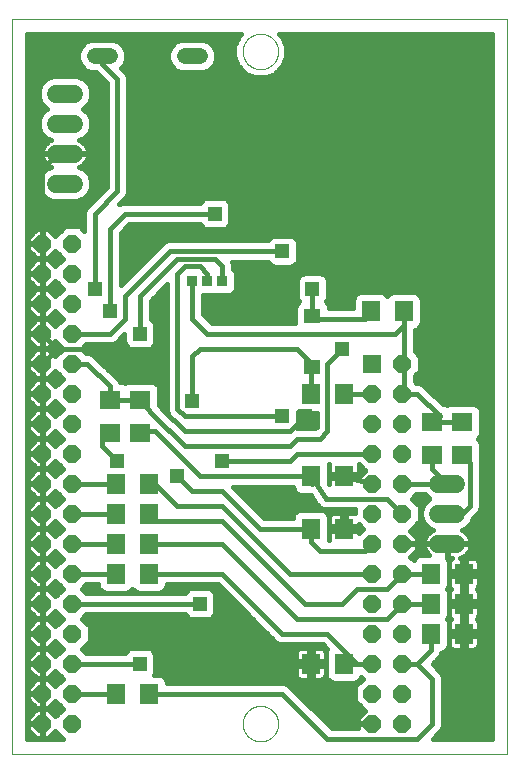
<source format=gbl>
G75*
%MOIN*%
%OFA0B0*%
%FSLAX25Y25*%
%IPPOS*%
%LPD*%
%AMOC8*
5,1,8,0,0,1.08239X$1,22.5*
%
%ADD10C,0.00000*%
%ADD11C,0.06000*%
%ADD12R,0.05787X0.05000*%
%ADD13OC8,0.06000*%
%ADD14R,0.06000X0.06000*%
%ADD15R,0.07087X0.06299*%
%ADD16R,0.06299X0.07087*%
%ADD17C,0.05200*%
%ADD18C,0.01600*%
%ADD19R,0.04724X0.04724*%
%ADD20R,0.03562X0.03562*%
%ADD21C,0.01200*%
D10*
X0027500Y0001000D02*
X0027500Y0245961D01*
X0192500Y0246000D01*
X0192500Y0001000D01*
X0027500Y0001000D01*
X0104271Y0011000D02*
X0104273Y0011153D01*
X0104279Y0011307D01*
X0104289Y0011460D01*
X0104303Y0011612D01*
X0104321Y0011765D01*
X0104343Y0011916D01*
X0104368Y0012067D01*
X0104398Y0012218D01*
X0104432Y0012368D01*
X0104469Y0012516D01*
X0104510Y0012664D01*
X0104555Y0012810D01*
X0104604Y0012956D01*
X0104657Y0013100D01*
X0104713Y0013242D01*
X0104773Y0013383D01*
X0104837Y0013523D01*
X0104904Y0013661D01*
X0104975Y0013797D01*
X0105050Y0013931D01*
X0105127Y0014063D01*
X0105209Y0014193D01*
X0105293Y0014321D01*
X0105381Y0014447D01*
X0105472Y0014570D01*
X0105566Y0014691D01*
X0105664Y0014809D01*
X0105764Y0014925D01*
X0105868Y0015038D01*
X0105974Y0015149D01*
X0106083Y0015257D01*
X0106195Y0015362D01*
X0106309Y0015463D01*
X0106427Y0015562D01*
X0106546Y0015658D01*
X0106668Y0015751D01*
X0106793Y0015840D01*
X0106920Y0015927D01*
X0107049Y0016009D01*
X0107180Y0016089D01*
X0107313Y0016165D01*
X0107448Y0016238D01*
X0107585Y0016307D01*
X0107724Y0016372D01*
X0107864Y0016434D01*
X0108006Y0016492D01*
X0108149Y0016547D01*
X0108294Y0016598D01*
X0108440Y0016645D01*
X0108587Y0016688D01*
X0108735Y0016727D01*
X0108884Y0016763D01*
X0109034Y0016794D01*
X0109185Y0016822D01*
X0109336Y0016846D01*
X0109489Y0016866D01*
X0109641Y0016882D01*
X0109794Y0016894D01*
X0109947Y0016902D01*
X0110100Y0016906D01*
X0110254Y0016906D01*
X0110407Y0016902D01*
X0110560Y0016894D01*
X0110713Y0016882D01*
X0110865Y0016866D01*
X0111018Y0016846D01*
X0111169Y0016822D01*
X0111320Y0016794D01*
X0111470Y0016763D01*
X0111619Y0016727D01*
X0111767Y0016688D01*
X0111914Y0016645D01*
X0112060Y0016598D01*
X0112205Y0016547D01*
X0112348Y0016492D01*
X0112490Y0016434D01*
X0112630Y0016372D01*
X0112769Y0016307D01*
X0112906Y0016238D01*
X0113041Y0016165D01*
X0113174Y0016089D01*
X0113305Y0016009D01*
X0113434Y0015927D01*
X0113561Y0015840D01*
X0113686Y0015751D01*
X0113808Y0015658D01*
X0113927Y0015562D01*
X0114045Y0015463D01*
X0114159Y0015362D01*
X0114271Y0015257D01*
X0114380Y0015149D01*
X0114486Y0015038D01*
X0114590Y0014925D01*
X0114690Y0014809D01*
X0114788Y0014691D01*
X0114882Y0014570D01*
X0114973Y0014447D01*
X0115061Y0014321D01*
X0115145Y0014193D01*
X0115227Y0014063D01*
X0115304Y0013931D01*
X0115379Y0013797D01*
X0115450Y0013661D01*
X0115517Y0013523D01*
X0115581Y0013383D01*
X0115641Y0013242D01*
X0115697Y0013100D01*
X0115750Y0012956D01*
X0115799Y0012810D01*
X0115844Y0012664D01*
X0115885Y0012516D01*
X0115922Y0012368D01*
X0115956Y0012218D01*
X0115986Y0012067D01*
X0116011Y0011916D01*
X0116033Y0011765D01*
X0116051Y0011612D01*
X0116065Y0011460D01*
X0116075Y0011307D01*
X0116081Y0011153D01*
X0116083Y0011000D01*
X0116081Y0010847D01*
X0116075Y0010693D01*
X0116065Y0010540D01*
X0116051Y0010388D01*
X0116033Y0010235D01*
X0116011Y0010084D01*
X0115986Y0009933D01*
X0115956Y0009782D01*
X0115922Y0009632D01*
X0115885Y0009484D01*
X0115844Y0009336D01*
X0115799Y0009190D01*
X0115750Y0009044D01*
X0115697Y0008900D01*
X0115641Y0008758D01*
X0115581Y0008617D01*
X0115517Y0008477D01*
X0115450Y0008339D01*
X0115379Y0008203D01*
X0115304Y0008069D01*
X0115227Y0007937D01*
X0115145Y0007807D01*
X0115061Y0007679D01*
X0114973Y0007553D01*
X0114882Y0007430D01*
X0114788Y0007309D01*
X0114690Y0007191D01*
X0114590Y0007075D01*
X0114486Y0006962D01*
X0114380Y0006851D01*
X0114271Y0006743D01*
X0114159Y0006638D01*
X0114045Y0006537D01*
X0113927Y0006438D01*
X0113808Y0006342D01*
X0113686Y0006249D01*
X0113561Y0006160D01*
X0113434Y0006073D01*
X0113305Y0005991D01*
X0113174Y0005911D01*
X0113041Y0005835D01*
X0112906Y0005762D01*
X0112769Y0005693D01*
X0112630Y0005628D01*
X0112490Y0005566D01*
X0112348Y0005508D01*
X0112205Y0005453D01*
X0112060Y0005402D01*
X0111914Y0005355D01*
X0111767Y0005312D01*
X0111619Y0005273D01*
X0111470Y0005237D01*
X0111320Y0005206D01*
X0111169Y0005178D01*
X0111018Y0005154D01*
X0110865Y0005134D01*
X0110713Y0005118D01*
X0110560Y0005106D01*
X0110407Y0005098D01*
X0110254Y0005094D01*
X0110100Y0005094D01*
X0109947Y0005098D01*
X0109794Y0005106D01*
X0109641Y0005118D01*
X0109489Y0005134D01*
X0109336Y0005154D01*
X0109185Y0005178D01*
X0109034Y0005206D01*
X0108884Y0005237D01*
X0108735Y0005273D01*
X0108587Y0005312D01*
X0108440Y0005355D01*
X0108294Y0005402D01*
X0108149Y0005453D01*
X0108006Y0005508D01*
X0107864Y0005566D01*
X0107724Y0005628D01*
X0107585Y0005693D01*
X0107448Y0005762D01*
X0107313Y0005835D01*
X0107180Y0005911D01*
X0107049Y0005991D01*
X0106920Y0006073D01*
X0106793Y0006160D01*
X0106668Y0006249D01*
X0106546Y0006342D01*
X0106427Y0006438D01*
X0106309Y0006537D01*
X0106195Y0006638D01*
X0106083Y0006743D01*
X0105974Y0006851D01*
X0105868Y0006962D01*
X0105764Y0007075D01*
X0105664Y0007191D01*
X0105566Y0007309D01*
X0105472Y0007430D01*
X0105381Y0007553D01*
X0105293Y0007679D01*
X0105209Y0007807D01*
X0105127Y0007937D01*
X0105050Y0008069D01*
X0104975Y0008203D01*
X0104904Y0008339D01*
X0104837Y0008477D01*
X0104773Y0008617D01*
X0104713Y0008758D01*
X0104657Y0008900D01*
X0104604Y0009044D01*
X0104555Y0009190D01*
X0104510Y0009336D01*
X0104469Y0009484D01*
X0104432Y0009632D01*
X0104398Y0009782D01*
X0104368Y0009933D01*
X0104343Y0010084D01*
X0104321Y0010235D01*
X0104303Y0010388D01*
X0104289Y0010540D01*
X0104279Y0010693D01*
X0104273Y0010847D01*
X0104271Y0011000D01*
X0104271Y0235055D02*
X0104273Y0235208D01*
X0104279Y0235362D01*
X0104289Y0235515D01*
X0104303Y0235667D01*
X0104321Y0235820D01*
X0104343Y0235971D01*
X0104368Y0236122D01*
X0104398Y0236273D01*
X0104432Y0236423D01*
X0104469Y0236571D01*
X0104510Y0236719D01*
X0104555Y0236865D01*
X0104604Y0237011D01*
X0104657Y0237155D01*
X0104713Y0237297D01*
X0104773Y0237438D01*
X0104837Y0237578D01*
X0104904Y0237716D01*
X0104975Y0237852D01*
X0105050Y0237986D01*
X0105127Y0238118D01*
X0105209Y0238248D01*
X0105293Y0238376D01*
X0105381Y0238502D01*
X0105472Y0238625D01*
X0105566Y0238746D01*
X0105664Y0238864D01*
X0105764Y0238980D01*
X0105868Y0239093D01*
X0105974Y0239204D01*
X0106083Y0239312D01*
X0106195Y0239417D01*
X0106309Y0239518D01*
X0106427Y0239617D01*
X0106546Y0239713D01*
X0106668Y0239806D01*
X0106793Y0239895D01*
X0106920Y0239982D01*
X0107049Y0240064D01*
X0107180Y0240144D01*
X0107313Y0240220D01*
X0107448Y0240293D01*
X0107585Y0240362D01*
X0107724Y0240427D01*
X0107864Y0240489D01*
X0108006Y0240547D01*
X0108149Y0240602D01*
X0108294Y0240653D01*
X0108440Y0240700D01*
X0108587Y0240743D01*
X0108735Y0240782D01*
X0108884Y0240818D01*
X0109034Y0240849D01*
X0109185Y0240877D01*
X0109336Y0240901D01*
X0109489Y0240921D01*
X0109641Y0240937D01*
X0109794Y0240949D01*
X0109947Y0240957D01*
X0110100Y0240961D01*
X0110254Y0240961D01*
X0110407Y0240957D01*
X0110560Y0240949D01*
X0110713Y0240937D01*
X0110865Y0240921D01*
X0111018Y0240901D01*
X0111169Y0240877D01*
X0111320Y0240849D01*
X0111470Y0240818D01*
X0111619Y0240782D01*
X0111767Y0240743D01*
X0111914Y0240700D01*
X0112060Y0240653D01*
X0112205Y0240602D01*
X0112348Y0240547D01*
X0112490Y0240489D01*
X0112630Y0240427D01*
X0112769Y0240362D01*
X0112906Y0240293D01*
X0113041Y0240220D01*
X0113174Y0240144D01*
X0113305Y0240064D01*
X0113434Y0239982D01*
X0113561Y0239895D01*
X0113686Y0239806D01*
X0113808Y0239713D01*
X0113927Y0239617D01*
X0114045Y0239518D01*
X0114159Y0239417D01*
X0114271Y0239312D01*
X0114380Y0239204D01*
X0114486Y0239093D01*
X0114590Y0238980D01*
X0114690Y0238864D01*
X0114788Y0238746D01*
X0114882Y0238625D01*
X0114973Y0238502D01*
X0115061Y0238376D01*
X0115145Y0238248D01*
X0115227Y0238118D01*
X0115304Y0237986D01*
X0115379Y0237852D01*
X0115450Y0237716D01*
X0115517Y0237578D01*
X0115581Y0237438D01*
X0115641Y0237297D01*
X0115697Y0237155D01*
X0115750Y0237011D01*
X0115799Y0236865D01*
X0115844Y0236719D01*
X0115885Y0236571D01*
X0115922Y0236423D01*
X0115956Y0236273D01*
X0115986Y0236122D01*
X0116011Y0235971D01*
X0116033Y0235820D01*
X0116051Y0235667D01*
X0116065Y0235515D01*
X0116075Y0235362D01*
X0116081Y0235208D01*
X0116083Y0235055D01*
X0116081Y0234902D01*
X0116075Y0234748D01*
X0116065Y0234595D01*
X0116051Y0234443D01*
X0116033Y0234290D01*
X0116011Y0234139D01*
X0115986Y0233988D01*
X0115956Y0233837D01*
X0115922Y0233687D01*
X0115885Y0233539D01*
X0115844Y0233391D01*
X0115799Y0233245D01*
X0115750Y0233099D01*
X0115697Y0232955D01*
X0115641Y0232813D01*
X0115581Y0232672D01*
X0115517Y0232532D01*
X0115450Y0232394D01*
X0115379Y0232258D01*
X0115304Y0232124D01*
X0115227Y0231992D01*
X0115145Y0231862D01*
X0115061Y0231734D01*
X0114973Y0231608D01*
X0114882Y0231485D01*
X0114788Y0231364D01*
X0114690Y0231246D01*
X0114590Y0231130D01*
X0114486Y0231017D01*
X0114380Y0230906D01*
X0114271Y0230798D01*
X0114159Y0230693D01*
X0114045Y0230592D01*
X0113927Y0230493D01*
X0113808Y0230397D01*
X0113686Y0230304D01*
X0113561Y0230215D01*
X0113434Y0230128D01*
X0113305Y0230046D01*
X0113174Y0229966D01*
X0113041Y0229890D01*
X0112906Y0229817D01*
X0112769Y0229748D01*
X0112630Y0229683D01*
X0112490Y0229621D01*
X0112348Y0229563D01*
X0112205Y0229508D01*
X0112060Y0229457D01*
X0111914Y0229410D01*
X0111767Y0229367D01*
X0111619Y0229328D01*
X0111470Y0229292D01*
X0111320Y0229261D01*
X0111169Y0229233D01*
X0111018Y0229209D01*
X0110865Y0229189D01*
X0110713Y0229173D01*
X0110560Y0229161D01*
X0110407Y0229153D01*
X0110254Y0229149D01*
X0110100Y0229149D01*
X0109947Y0229153D01*
X0109794Y0229161D01*
X0109641Y0229173D01*
X0109489Y0229189D01*
X0109336Y0229209D01*
X0109185Y0229233D01*
X0109034Y0229261D01*
X0108884Y0229292D01*
X0108735Y0229328D01*
X0108587Y0229367D01*
X0108440Y0229410D01*
X0108294Y0229457D01*
X0108149Y0229508D01*
X0108006Y0229563D01*
X0107864Y0229621D01*
X0107724Y0229683D01*
X0107585Y0229748D01*
X0107448Y0229817D01*
X0107313Y0229890D01*
X0107180Y0229966D01*
X0107049Y0230046D01*
X0106920Y0230128D01*
X0106793Y0230215D01*
X0106668Y0230304D01*
X0106546Y0230397D01*
X0106427Y0230493D01*
X0106309Y0230592D01*
X0106195Y0230693D01*
X0106083Y0230798D01*
X0105974Y0230906D01*
X0105868Y0231017D01*
X0105764Y0231130D01*
X0105664Y0231246D01*
X0105566Y0231364D01*
X0105472Y0231485D01*
X0105381Y0231608D01*
X0105293Y0231734D01*
X0105209Y0231862D01*
X0105127Y0231992D01*
X0105050Y0232124D01*
X0104975Y0232258D01*
X0104904Y0232394D01*
X0104837Y0232532D01*
X0104773Y0232672D01*
X0104713Y0232813D01*
X0104657Y0232955D01*
X0104604Y0233099D01*
X0104555Y0233245D01*
X0104510Y0233391D01*
X0104469Y0233539D01*
X0104432Y0233687D01*
X0104398Y0233837D01*
X0104368Y0233988D01*
X0104343Y0234139D01*
X0104321Y0234290D01*
X0104303Y0234443D01*
X0104289Y0234595D01*
X0104279Y0234748D01*
X0104273Y0234902D01*
X0104271Y0235055D01*
D11*
X0048000Y0221000D02*
X0042000Y0221000D01*
X0042000Y0211000D02*
X0048000Y0211000D01*
X0048000Y0201000D02*
X0042000Y0201000D01*
X0042000Y0191000D02*
X0048000Y0191000D01*
X0169500Y0091000D02*
X0175500Y0091000D01*
X0175500Y0081000D02*
X0169500Y0081000D01*
X0169500Y0071000D02*
X0175500Y0071000D01*
D12*
X0127500Y0130035D03*
X0127500Y0146965D03*
D13*
X0147500Y0121000D03*
X0147500Y0111000D03*
X0147500Y0101000D03*
X0147500Y0091000D03*
X0147500Y0081000D03*
X0147500Y0071000D03*
X0147500Y0061000D03*
X0147500Y0051000D03*
X0147500Y0041000D03*
X0147500Y0031000D03*
X0147500Y0021000D03*
X0147500Y0011000D03*
X0157500Y0011000D03*
X0157500Y0021000D03*
X0157500Y0031000D03*
X0157500Y0041000D03*
X0157500Y0051000D03*
X0157500Y0061000D03*
X0157500Y0071000D03*
X0157500Y0081000D03*
X0157500Y0091000D03*
X0157500Y0101000D03*
X0157500Y0111000D03*
X0157500Y0121000D03*
X0157500Y0131000D03*
X0047500Y0131000D03*
X0047500Y0141000D03*
X0047500Y0151000D03*
X0047500Y0161000D03*
X0047500Y0171000D03*
X0037500Y0171000D03*
X0037500Y0161000D03*
X0037500Y0151000D03*
X0037500Y0141000D03*
X0037500Y0131000D03*
X0037500Y0121000D03*
X0037500Y0111000D03*
X0037500Y0101000D03*
X0037500Y0091000D03*
X0037500Y0081000D03*
X0037500Y0071000D03*
X0037500Y0061000D03*
X0037500Y0051000D03*
X0037500Y0041000D03*
X0037500Y0031000D03*
X0037500Y0021000D03*
X0037500Y0011000D03*
X0047500Y0011000D03*
X0047500Y0021000D03*
X0047500Y0031000D03*
X0047500Y0041000D03*
X0047500Y0051000D03*
X0047500Y0061000D03*
X0047500Y0071000D03*
X0047500Y0081000D03*
X0047500Y0091000D03*
X0047500Y0101000D03*
X0047500Y0111000D03*
X0047500Y0121000D03*
D14*
X0147500Y0131000D03*
D15*
X0167500Y0111512D03*
X0177500Y0111512D03*
X0177500Y0100488D03*
X0167500Y0100488D03*
X0070000Y0107988D03*
X0060000Y0107988D03*
X0060000Y0119012D03*
X0070000Y0119012D03*
D16*
X0073012Y0091000D03*
X0073012Y0081000D03*
X0073012Y0071000D03*
X0073012Y0061000D03*
X0061988Y0061000D03*
X0061988Y0071000D03*
X0061988Y0081000D03*
X0061988Y0091000D03*
X0061988Y0021000D03*
X0073012Y0021000D03*
X0126988Y0031000D03*
X0138012Y0031000D03*
X0166988Y0041000D03*
X0166988Y0051000D03*
X0166988Y0061000D03*
X0178012Y0061000D03*
X0178012Y0051000D03*
X0178012Y0041000D03*
X0138012Y0076000D03*
X0126988Y0076000D03*
X0126988Y0093500D03*
X0138012Y0093500D03*
X0138012Y0121000D03*
X0126988Y0121000D03*
X0146988Y0148500D03*
X0158012Y0148500D03*
D17*
X0090100Y0233500D02*
X0084900Y0233500D01*
X0060100Y0233500D02*
X0054900Y0233500D01*
D18*
X0057500Y0233500D02*
X0057500Y0231000D01*
X0062500Y0226000D01*
X0062500Y0188500D01*
X0055000Y0181000D01*
X0055000Y0156000D01*
X0060000Y0148500D02*
X0060000Y0176000D01*
X0065000Y0181000D01*
X0095000Y0181000D01*
X0100131Y0181762D02*
X0187500Y0181762D01*
X0187500Y0183360D02*
X0100131Y0183360D01*
X0100131Y0183913D02*
X0099709Y0184930D01*
X0098930Y0185709D01*
X0097913Y0186131D01*
X0092087Y0186131D01*
X0091070Y0185709D01*
X0090291Y0184930D01*
X0090141Y0184568D01*
X0064290Y0184568D01*
X0063138Y0184091D01*
X0065525Y0186479D01*
X0066068Y0187790D01*
X0066068Y0226710D01*
X0065525Y0228021D01*
X0064521Y0229025D01*
X0063869Y0229677D01*
X0064651Y0230459D01*
X0065468Y0232432D01*
X0065468Y0234568D01*
X0064651Y0236541D01*
X0063141Y0238051D01*
X0061168Y0238868D01*
X0053832Y0238868D01*
X0051859Y0238051D01*
X0050349Y0236541D01*
X0049531Y0234568D01*
X0049531Y0232432D01*
X0050349Y0230459D01*
X0051859Y0228949D01*
X0053832Y0228131D01*
X0055322Y0228131D01*
X0058931Y0224522D01*
X0058931Y0189978D01*
X0052979Y0184025D01*
X0051975Y0183021D01*
X0051431Y0181710D01*
X0051431Y0175226D01*
X0049889Y0176768D01*
X0045111Y0176768D01*
X0041815Y0173473D01*
X0039488Y0175800D01*
X0037700Y0175800D01*
X0037700Y0171200D01*
X0037300Y0171200D01*
X0037300Y0175800D01*
X0035512Y0175800D01*
X0032700Y0172988D01*
X0032700Y0171200D01*
X0037300Y0171200D01*
X0037300Y0170800D01*
X0037700Y0170800D01*
X0037700Y0166200D01*
X0039488Y0166200D01*
X0041815Y0168527D01*
X0044342Y0166000D01*
X0041815Y0163473D01*
X0039488Y0165800D01*
X0037700Y0165800D01*
X0037700Y0161200D01*
X0037300Y0161200D01*
X0037300Y0165800D01*
X0035512Y0165800D01*
X0032700Y0162988D01*
X0032700Y0161200D01*
X0037300Y0161200D01*
X0037300Y0160800D01*
X0037700Y0160800D01*
X0037700Y0156200D01*
X0039488Y0156200D01*
X0041815Y0158527D01*
X0044342Y0156000D01*
X0041815Y0153473D01*
X0039488Y0155800D01*
X0037700Y0155800D01*
X0037700Y0151200D01*
X0037300Y0151200D01*
X0037300Y0155800D01*
X0035512Y0155800D01*
X0032700Y0152988D01*
X0032700Y0151200D01*
X0037300Y0151200D01*
X0037300Y0150800D01*
X0037700Y0150800D01*
X0037700Y0146200D01*
X0039488Y0146200D01*
X0041815Y0148527D01*
X0044342Y0146000D01*
X0041815Y0143473D01*
X0039488Y0145800D01*
X0037700Y0145800D01*
X0037700Y0141200D01*
X0037300Y0141200D01*
X0037300Y0145800D01*
X0035512Y0145800D01*
X0032700Y0142988D01*
X0032700Y0141200D01*
X0037300Y0141200D01*
X0037300Y0140800D01*
X0037700Y0140800D01*
X0037700Y0136200D01*
X0039488Y0136200D01*
X0041815Y0138527D01*
X0044342Y0136000D01*
X0041815Y0133473D01*
X0039488Y0135800D01*
X0037700Y0135800D01*
X0037700Y0131200D01*
X0037300Y0131200D01*
X0037300Y0135800D01*
X0035512Y0135800D01*
X0032700Y0132988D01*
X0032700Y0131200D01*
X0037300Y0131200D01*
X0037300Y0130800D01*
X0037700Y0130800D01*
X0037700Y0126200D01*
X0039488Y0126200D01*
X0041815Y0128527D01*
X0044342Y0126000D01*
X0041815Y0123473D01*
X0039488Y0125800D01*
X0037700Y0125800D01*
X0037700Y0121200D01*
X0037300Y0121200D01*
X0037300Y0125800D01*
X0035512Y0125800D01*
X0032700Y0122988D01*
X0032700Y0121200D01*
X0037300Y0121200D01*
X0037300Y0120800D01*
X0037700Y0120800D01*
X0037700Y0116200D01*
X0039488Y0116200D01*
X0041815Y0118527D01*
X0044342Y0116000D01*
X0041815Y0113473D01*
X0039488Y0115800D01*
X0037700Y0115800D01*
X0037700Y0111200D01*
X0037300Y0111200D01*
X0037300Y0115800D01*
X0035512Y0115800D01*
X0032700Y0112988D01*
X0032700Y0111200D01*
X0037300Y0111200D01*
X0037300Y0110800D01*
X0037700Y0110800D01*
X0037700Y0106200D01*
X0039488Y0106200D01*
X0041815Y0108527D01*
X0044342Y0106000D01*
X0041815Y0103473D01*
X0039488Y0105800D01*
X0037700Y0105800D01*
X0037700Y0101200D01*
X0037300Y0101200D01*
X0037300Y0105800D01*
X0035512Y0105800D01*
X0032700Y0102988D01*
X0032700Y0101200D01*
X0037300Y0101200D01*
X0037300Y0100800D01*
X0037700Y0100800D01*
X0037700Y0096200D01*
X0039488Y0096200D01*
X0041815Y0098527D01*
X0044342Y0096000D01*
X0041815Y0093473D01*
X0039488Y0095800D01*
X0037700Y0095800D01*
X0037700Y0091200D01*
X0037300Y0091200D01*
X0037300Y0095800D01*
X0035512Y0095800D01*
X0032700Y0092988D01*
X0032700Y0091200D01*
X0037300Y0091200D01*
X0037300Y0090800D01*
X0037700Y0090800D01*
X0037700Y0086200D01*
X0039488Y0086200D01*
X0041815Y0088527D01*
X0044342Y0086000D01*
X0041815Y0083473D01*
X0039488Y0085800D01*
X0037700Y0085800D01*
X0037700Y0081200D01*
X0037300Y0081200D01*
X0037300Y0085800D01*
X0035512Y0085800D01*
X0032700Y0082988D01*
X0032700Y0081200D01*
X0037300Y0081200D01*
X0037300Y0080800D01*
X0037700Y0080800D01*
X0037700Y0076200D01*
X0039488Y0076200D01*
X0041815Y0078527D01*
X0044342Y0076000D01*
X0041815Y0073473D01*
X0039488Y0075800D01*
X0037700Y0075800D01*
X0037700Y0071200D01*
X0037300Y0071200D01*
X0037300Y0075800D01*
X0035512Y0075800D01*
X0032700Y0072988D01*
X0032700Y0071200D01*
X0037300Y0071200D01*
X0037300Y0070800D01*
X0037700Y0070800D01*
X0037700Y0066200D01*
X0039488Y0066200D01*
X0041815Y0068527D01*
X0044342Y0066000D01*
X0041815Y0063473D01*
X0039488Y0065800D01*
X0037700Y0065800D01*
X0037700Y0061200D01*
X0037300Y0061200D01*
X0037300Y0065800D01*
X0035512Y0065800D01*
X0032700Y0062988D01*
X0032700Y0061200D01*
X0037300Y0061200D01*
X0037300Y0060800D01*
X0037700Y0060800D01*
X0037700Y0056200D01*
X0039488Y0056200D01*
X0041815Y0058527D01*
X0044342Y0056000D01*
X0041815Y0053473D01*
X0039488Y0055800D01*
X0037700Y0055800D01*
X0037700Y0051200D01*
X0037300Y0051200D01*
X0037300Y0055800D01*
X0035512Y0055800D01*
X0032700Y0052988D01*
X0032700Y0051200D01*
X0037300Y0051200D01*
X0037300Y0050800D01*
X0037700Y0050800D01*
X0037700Y0046200D01*
X0039488Y0046200D01*
X0041815Y0048527D01*
X0044342Y0046000D01*
X0041815Y0043473D01*
X0039488Y0045800D01*
X0037700Y0045800D01*
X0037700Y0041200D01*
X0037300Y0041200D01*
X0037300Y0045800D01*
X0035512Y0045800D01*
X0032700Y0042988D01*
X0032700Y0041200D01*
X0037300Y0041200D01*
X0037300Y0040800D01*
X0037700Y0040800D01*
X0037700Y0036200D01*
X0039488Y0036200D01*
X0041815Y0038527D01*
X0044342Y0036000D01*
X0041815Y0033473D01*
X0039488Y0035800D01*
X0037700Y0035800D01*
X0037700Y0031200D01*
X0037300Y0031200D01*
X0037300Y0035800D01*
X0035512Y0035800D01*
X0032700Y0032988D01*
X0032700Y0031200D01*
X0037300Y0031200D01*
X0037300Y0030800D01*
X0037700Y0030800D01*
X0037700Y0026200D01*
X0039488Y0026200D01*
X0041815Y0028527D01*
X0044342Y0026000D01*
X0041815Y0023473D01*
X0039488Y0025800D01*
X0037700Y0025800D01*
X0037700Y0021200D01*
X0037300Y0021200D01*
X0037300Y0025800D01*
X0035512Y0025800D01*
X0032700Y0022988D01*
X0032700Y0021200D01*
X0037300Y0021200D01*
X0037300Y0020800D01*
X0037700Y0020800D01*
X0037700Y0016200D01*
X0039488Y0016200D01*
X0041815Y0018527D01*
X0044342Y0016000D01*
X0041815Y0013473D01*
X0039488Y0015800D01*
X0037700Y0015800D01*
X0037700Y0011200D01*
X0037300Y0011200D01*
X0037300Y0015800D01*
X0035512Y0015800D01*
X0032700Y0012988D01*
X0032700Y0011200D01*
X0037300Y0011200D01*
X0037300Y0010800D01*
X0037700Y0010800D01*
X0037700Y0006200D01*
X0039488Y0006200D01*
X0041815Y0008527D01*
X0044342Y0006000D01*
X0032500Y0006000D01*
X0032500Y0241000D01*
X0103855Y0241000D01*
X0102824Y0239969D01*
X0101503Y0236780D01*
X0101503Y0233330D01*
X0102824Y0230142D01*
X0105264Y0227702D01*
X0108452Y0226381D01*
X0111903Y0226381D01*
X0115091Y0227702D01*
X0117531Y0230142D01*
X0118851Y0233330D01*
X0118851Y0236780D01*
X0117531Y0239969D01*
X0116499Y0241000D01*
X0187500Y0241000D01*
X0187500Y0006000D01*
X0167547Y0006000D01*
X0169521Y0007975D01*
X0170525Y0008979D01*
X0171068Y0010290D01*
X0171068Y0026710D01*
X0170525Y0028021D01*
X0167547Y0031000D01*
X0170013Y0033467D01*
X0170519Y0034688D01*
X0170688Y0034688D01*
X0171706Y0035110D01*
X0172485Y0035888D01*
X0172906Y0036906D01*
X0172906Y0045094D01*
X0172531Y0046000D01*
X0172906Y0046906D01*
X0172906Y0055094D01*
X0172531Y0056000D01*
X0172906Y0056906D01*
X0172906Y0065094D01*
X0172485Y0066112D01*
X0172300Y0066296D01*
X0172300Y0070800D01*
X0172700Y0070800D01*
X0172700Y0071200D01*
X0180300Y0071200D01*
X0180300Y0071378D01*
X0180182Y0072124D01*
X0179948Y0072843D01*
X0179605Y0073516D01*
X0179161Y0074127D01*
X0178627Y0074661D01*
X0178016Y0075105D01*
X0177343Y0075448D01*
X0177246Y0075480D01*
X0178768Y0076110D01*
X0180390Y0077732D01*
X0181176Y0079629D01*
X0182021Y0080475D01*
X0183025Y0081479D01*
X0183568Y0082790D01*
X0183568Y0096201D01*
X0183812Y0096788D01*
X0183812Y0104188D01*
X0183390Y0105206D01*
X0182612Y0105985D01*
X0182575Y0106000D01*
X0182612Y0106015D01*
X0183390Y0106794D01*
X0183812Y0107812D01*
X0183812Y0115212D01*
X0183390Y0116230D01*
X0182612Y0117008D01*
X0181594Y0117430D01*
X0173406Y0117430D01*
X0172500Y0117055D01*
X0171594Y0117430D01*
X0171117Y0117430D01*
X0165525Y0123021D01*
X0164521Y0124025D01*
X0163210Y0124568D01*
X0162089Y0124568D01*
X0161580Y0125078D01*
X0161580Y0126922D01*
X0163268Y0128611D01*
X0163268Y0133389D01*
X0161580Y0135078D01*
X0161580Y0142188D01*
X0161712Y0142188D01*
X0162730Y0142610D01*
X0163508Y0143388D01*
X0163930Y0144406D01*
X0163930Y0152594D01*
X0163508Y0153612D01*
X0162730Y0154390D01*
X0161712Y0154812D01*
X0154312Y0154812D01*
X0153294Y0154390D01*
X0152515Y0153612D01*
X0152500Y0153575D01*
X0152485Y0153612D01*
X0151706Y0154390D01*
X0150688Y0154812D01*
X0143288Y0154812D01*
X0142270Y0154390D01*
X0141492Y0153612D01*
X0141070Y0152594D01*
X0141070Y0149568D01*
X0133162Y0149568D01*
X0133162Y0150015D01*
X0132741Y0151033D01*
X0131962Y0151812D01*
X0131954Y0151815D01*
X0132209Y0152070D01*
X0132631Y0153087D01*
X0132631Y0158913D01*
X0132209Y0159930D01*
X0131430Y0160709D01*
X0130413Y0161131D01*
X0124587Y0161131D01*
X0123570Y0160709D01*
X0122791Y0159930D01*
X0122369Y0158913D01*
X0122369Y0153087D01*
X0122791Y0152070D01*
X0123046Y0151815D01*
X0123038Y0151812D01*
X0122259Y0151033D01*
X0121838Y0150015D01*
X0121838Y0144568D01*
X0093978Y0144568D01*
X0091068Y0147478D01*
X0091068Y0153950D01*
X0094832Y0153950D01*
X0095000Y0154020D01*
X0095168Y0153950D01*
X0099832Y0153950D01*
X0100849Y0154372D01*
X0101628Y0155151D01*
X0102050Y0156168D01*
X0102050Y0160832D01*
X0101628Y0161849D01*
X0101068Y0162409D01*
X0101068Y0164210D01*
X0100770Y0164931D01*
X0112641Y0164931D01*
X0112791Y0164570D01*
X0113570Y0163791D01*
X0114587Y0163369D01*
X0120413Y0163369D01*
X0121430Y0163791D01*
X0122209Y0164570D01*
X0122631Y0165587D01*
X0122631Y0171413D01*
X0122209Y0172430D01*
X0121430Y0173209D01*
X0120413Y0173631D01*
X0114587Y0173631D01*
X0113570Y0173209D01*
X0112791Y0172430D01*
X0112641Y0172068D01*
X0079290Y0172068D01*
X0077979Y0171525D01*
X0063568Y0157115D01*
X0063568Y0174522D01*
X0066478Y0177431D01*
X0090141Y0177431D01*
X0090291Y0177070D01*
X0091070Y0176291D01*
X0092087Y0175869D01*
X0097913Y0175869D01*
X0098930Y0176291D01*
X0099709Y0177070D01*
X0100131Y0178087D01*
X0100131Y0183913D01*
X0099681Y0184959D02*
X0187500Y0184959D01*
X0187500Y0186557D02*
X0065558Y0186557D01*
X0066068Y0188156D02*
X0187500Y0188156D01*
X0187500Y0189754D02*
X0066068Y0189754D01*
X0066068Y0191353D02*
X0187500Y0191353D01*
X0187500Y0192951D02*
X0066068Y0192951D01*
X0066068Y0194550D02*
X0187500Y0194550D01*
X0187500Y0196148D02*
X0066068Y0196148D01*
X0066068Y0197747D02*
X0187500Y0197747D01*
X0187500Y0199345D02*
X0066068Y0199345D01*
X0066068Y0200944D02*
X0187500Y0200944D01*
X0187500Y0202542D02*
X0066068Y0202542D01*
X0066068Y0204141D02*
X0187500Y0204141D01*
X0187500Y0205739D02*
X0066068Y0205739D01*
X0066068Y0207338D02*
X0187500Y0207338D01*
X0187500Y0208937D02*
X0066068Y0208937D01*
X0066068Y0210535D02*
X0187500Y0210535D01*
X0187500Y0212134D02*
X0066068Y0212134D01*
X0066068Y0213732D02*
X0187500Y0213732D01*
X0187500Y0215331D02*
X0066068Y0215331D01*
X0066068Y0216929D02*
X0187500Y0216929D01*
X0187500Y0218528D02*
X0066068Y0218528D01*
X0066068Y0220126D02*
X0187500Y0220126D01*
X0187500Y0221725D02*
X0066068Y0221725D01*
X0066068Y0223323D02*
X0187500Y0223323D01*
X0187500Y0224922D02*
X0066068Y0224922D01*
X0066068Y0226520D02*
X0108116Y0226520D01*
X0104847Y0228119D02*
X0065428Y0228119D01*
X0063909Y0229717D02*
X0081091Y0229717D01*
X0080349Y0230459D02*
X0081859Y0228949D01*
X0083832Y0228131D01*
X0091168Y0228131D01*
X0093141Y0228949D01*
X0094651Y0230459D01*
X0095468Y0232432D01*
X0095468Y0234568D01*
X0094651Y0236541D01*
X0093141Y0238051D01*
X0091168Y0238868D01*
X0083832Y0238868D01*
X0081859Y0238051D01*
X0080349Y0236541D01*
X0079531Y0234568D01*
X0079531Y0232432D01*
X0080349Y0230459D01*
X0079994Y0231316D02*
X0065006Y0231316D01*
X0065468Y0232914D02*
X0079531Y0232914D01*
X0079531Y0234513D02*
X0065468Y0234513D01*
X0064829Y0236111D02*
X0080171Y0236111D01*
X0081517Y0237710D02*
X0063482Y0237710D01*
X0055335Y0228119D02*
X0032500Y0228119D01*
X0032500Y0229717D02*
X0051091Y0229717D01*
X0049994Y0231316D02*
X0032500Y0231316D01*
X0032500Y0232914D02*
X0049531Y0232914D01*
X0049531Y0234513D02*
X0032500Y0234513D01*
X0032500Y0236111D02*
X0050171Y0236111D01*
X0051517Y0237710D02*
X0032500Y0237710D01*
X0032500Y0239308D02*
X0102550Y0239308D01*
X0101888Y0237710D02*
X0093482Y0237710D01*
X0094829Y0236111D02*
X0101503Y0236111D01*
X0101503Y0234513D02*
X0095468Y0234513D01*
X0095468Y0232914D02*
X0101675Y0232914D01*
X0102337Y0231316D02*
X0095006Y0231316D01*
X0093909Y0229717D02*
X0103248Y0229717D01*
X0103762Y0240907D02*
X0032500Y0240907D01*
X0032500Y0226520D02*
X0040253Y0226520D01*
X0040853Y0226768D02*
X0038732Y0225890D01*
X0037110Y0224268D01*
X0036231Y0222147D01*
X0036231Y0219853D01*
X0037110Y0217732D01*
X0038732Y0216110D01*
X0038997Y0216000D01*
X0038732Y0215890D01*
X0037110Y0214268D01*
X0036231Y0212147D01*
X0036231Y0209853D01*
X0037110Y0207732D01*
X0038732Y0206110D01*
X0040254Y0205480D01*
X0040157Y0205448D01*
X0039484Y0205105D01*
X0038873Y0204661D01*
X0038339Y0204127D01*
X0037895Y0203516D01*
X0037552Y0202843D01*
X0037318Y0202124D01*
X0037200Y0201378D01*
X0037200Y0201200D01*
X0044800Y0201200D01*
X0044800Y0200800D01*
X0037200Y0200800D01*
X0037200Y0200622D01*
X0037318Y0199876D01*
X0037552Y0199157D01*
X0037895Y0198484D01*
X0038339Y0197873D01*
X0038873Y0197339D01*
X0039484Y0196895D01*
X0040157Y0196552D01*
X0040254Y0196520D01*
X0038732Y0195890D01*
X0037110Y0194268D01*
X0036231Y0192147D01*
X0036231Y0189853D01*
X0037110Y0187732D01*
X0038732Y0186110D01*
X0040853Y0185231D01*
X0049147Y0185231D01*
X0051268Y0186110D01*
X0052890Y0187732D01*
X0053768Y0189853D01*
X0053768Y0192147D01*
X0052890Y0194268D01*
X0051268Y0195890D01*
X0049746Y0196520D01*
X0049843Y0196552D01*
X0050516Y0196895D01*
X0051127Y0197339D01*
X0051661Y0197873D01*
X0052105Y0198484D01*
X0052448Y0199157D01*
X0052682Y0199876D01*
X0052800Y0200622D01*
X0052800Y0200800D01*
X0045200Y0200800D01*
X0045200Y0201200D01*
X0052800Y0201200D01*
X0052800Y0201378D01*
X0052682Y0202124D01*
X0052448Y0202843D01*
X0052105Y0203516D01*
X0051661Y0204127D01*
X0051127Y0204661D01*
X0050516Y0205105D01*
X0049843Y0205448D01*
X0049746Y0205480D01*
X0051268Y0206110D01*
X0052890Y0207732D01*
X0053768Y0209853D01*
X0053768Y0212147D01*
X0052890Y0214268D01*
X0051268Y0215890D01*
X0051003Y0216000D01*
X0051268Y0216110D01*
X0052890Y0217732D01*
X0053768Y0219853D01*
X0053768Y0222147D01*
X0052890Y0224268D01*
X0051268Y0225890D01*
X0049147Y0226768D01*
X0040853Y0226768D01*
X0037764Y0224922D02*
X0032500Y0224922D01*
X0032500Y0223323D02*
X0036718Y0223323D01*
X0036231Y0221725D02*
X0032500Y0221725D01*
X0032500Y0220126D02*
X0036231Y0220126D01*
X0036780Y0218528D02*
X0032500Y0218528D01*
X0032500Y0216929D02*
X0037913Y0216929D01*
X0038173Y0215331D02*
X0032500Y0215331D01*
X0032500Y0213732D02*
X0036888Y0213732D01*
X0036231Y0212134D02*
X0032500Y0212134D01*
X0032500Y0210535D02*
X0036231Y0210535D01*
X0036611Y0208937D02*
X0032500Y0208937D01*
X0032500Y0207338D02*
X0037504Y0207338D01*
X0039626Y0205739D02*
X0032500Y0205739D01*
X0032500Y0204141D02*
X0038353Y0204141D01*
X0037454Y0202542D02*
X0032500Y0202542D01*
X0032500Y0200944D02*
X0044800Y0200944D01*
X0045000Y0201000D02*
X0042500Y0201000D01*
X0037500Y0196000D01*
X0037500Y0171000D01*
X0037500Y0141000D01*
X0042500Y0136000D01*
X0037500Y0131000D01*
X0037300Y0130800D02*
X0037300Y0126200D01*
X0035512Y0126200D01*
X0032700Y0129012D01*
X0032700Y0130800D01*
X0037300Y0130800D01*
X0037300Y0130609D02*
X0037700Y0130609D01*
X0037700Y0129011D02*
X0037300Y0129011D01*
X0037300Y0127412D02*
X0037700Y0127412D01*
X0037700Y0124215D02*
X0037300Y0124215D01*
X0037300Y0122617D02*
X0037700Y0122617D01*
X0037300Y0121018D02*
X0032500Y0121018D01*
X0032700Y0120800D02*
X0032700Y0119012D01*
X0035512Y0116200D01*
X0037300Y0116200D01*
X0037300Y0120800D01*
X0032700Y0120800D01*
X0032700Y0119420D02*
X0032500Y0119420D01*
X0032500Y0117821D02*
X0033890Y0117821D01*
X0032500Y0116223D02*
X0035489Y0116223D01*
X0037300Y0116223D02*
X0037700Y0116223D01*
X0037700Y0117821D02*
X0037300Y0117821D01*
X0037300Y0119420D02*
X0037700Y0119420D01*
X0039511Y0116223D02*
X0044119Y0116223D01*
X0042966Y0114624D02*
X0040664Y0114624D01*
X0041110Y0117821D02*
X0042521Y0117821D01*
X0037700Y0114624D02*
X0037300Y0114624D01*
X0037300Y0113026D02*
X0037700Y0113026D01*
X0037700Y0111427D02*
X0037300Y0111427D01*
X0037300Y0110800D02*
X0032700Y0110800D01*
X0032700Y0109012D01*
X0035512Y0106200D01*
X0037300Y0106200D01*
X0037300Y0110800D01*
X0037300Y0109829D02*
X0037700Y0109829D01*
X0037700Y0108230D02*
X0037300Y0108230D01*
X0037300Y0106632D02*
X0037700Y0106632D01*
X0037700Y0105033D02*
X0037300Y0105033D01*
X0037300Y0103435D02*
X0037700Y0103435D01*
X0037700Y0101836D02*
X0037300Y0101836D01*
X0037300Y0100800D02*
X0032700Y0100800D01*
X0032700Y0099012D01*
X0035512Y0096200D01*
X0037300Y0096200D01*
X0037300Y0100800D01*
X0037300Y0100238D02*
X0037700Y0100238D01*
X0037700Y0098639D02*
X0037300Y0098639D01*
X0037300Y0097041D02*
X0037700Y0097041D01*
X0037700Y0095442D02*
X0037300Y0095442D01*
X0037300Y0093844D02*
X0037700Y0093844D01*
X0037700Y0092245D02*
X0037300Y0092245D01*
X0037300Y0090800D02*
X0032700Y0090800D01*
X0032700Y0089012D01*
X0035512Y0086200D01*
X0037300Y0086200D01*
X0037300Y0090800D01*
X0037300Y0090647D02*
X0037700Y0090647D01*
X0037700Y0089048D02*
X0037300Y0089048D01*
X0037300Y0087450D02*
X0037700Y0087450D01*
X0037700Y0084253D02*
X0037300Y0084253D01*
X0037300Y0082654D02*
X0037700Y0082654D01*
X0037300Y0081056D02*
X0032500Y0081056D01*
X0032700Y0080800D02*
X0032700Y0079012D01*
X0035512Y0076200D01*
X0037300Y0076200D01*
X0037300Y0080800D01*
X0032700Y0080800D01*
X0032700Y0079457D02*
X0032500Y0079457D01*
X0032500Y0077859D02*
X0033853Y0077859D01*
X0032500Y0076260D02*
X0035452Y0076260D01*
X0037300Y0076260D02*
X0037700Y0076260D01*
X0037700Y0074662D02*
X0037300Y0074662D01*
X0037300Y0073063D02*
X0037700Y0073063D01*
X0037700Y0071465D02*
X0037300Y0071465D01*
X0037300Y0070800D02*
X0032700Y0070800D01*
X0032700Y0069012D01*
X0035512Y0066200D01*
X0037300Y0066200D01*
X0037300Y0070800D01*
X0037300Y0069866D02*
X0037700Y0069866D01*
X0037700Y0068268D02*
X0037300Y0068268D01*
X0037300Y0066669D02*
X0037700Y0066669D01*
X0037700Y0065070D02*
X0037300Y0065070D01*
X0037300Y0063472D02*
X0037700Y0063472D01*
X0037700Y0061873D02*
X0037300Y0061873D01*
X0037300Y0060800D02*
X0032700Y0060800D01*
X0032700Y0059012D01*
X0035512Y0056200D01*
X0037300Y0056200D01*
X0037300Y0060800D01*
X0037300Y0060275D02*
X0037700Y0060275D01*
X0037700Y0058676D02*
X0037300Y0058676D01*
X0037300Y0057078D02*
X0037700Y0057078D01*
X0037700Y0055479D02*
X0037300Y0055479D01*
X0037300Y0053881D02*
X0037700Y0053881D01*
X0037700Y0052282D02*
X0037300Y0052282D01*
X0037300Y0050800D02*
X0032700Y0050800D01*
X0032700Y0049012D01*
X0035512Y0046200D01*
X0037300Y0046200D01*
X0037300Y0050800D01*
X0037300Y0050684D02*
X0037700Y0050684D01*
X0037700Y0049085D02*
X0037300Y0049085D01*
X0037300Y0047487D02*
X0037700Y0047487D01*
X0040775Y0047487D02*
X0042855Y0047487D01*
X0044230Y0045888D02*
X0032500Y0045888D01*
X0032500Y0044290D02*
X0034002Y0044290D01*
X0032700Y0042691D02*
X0032500Y0042691D01*
X0032500Y0041093D02*
X0037300Y0041093D01*
X0037300Y0040800D02*
X0032700Y0040800D01*
X0032700Y0039012D01*
X0035512Y0036200D01*
X0037300Y0036200D01*
X0037300Y0040800D01*
X0037300Y0039494D02*
X0037700Y0039494D01*
X0037700Y0037896D02*
X0037300Y0037896D01*
X0037300Y0036297D02*
X0037700Y0036297D01*
X0037700Y0034699D02*
X0037300Y0034699D01*
X0037300Y0033100D02*
X0037700Y0033100D01*
X0037700Y0031502D02*
X0037300Y0031502D01*
X0037300Y0030800D02*
X0032700Y0030800D01*
X0032700Y0029012D01*
X0035512Y0026200D01*
X0037300Y0026200D01*
X0037300Y0030800D01*
X0037300Y0029903D02*
X0037700Y0029903D01*
X0037700Y0028305D02*
X0037300Y0028305D01*
X0037300Y0026706D02*
X0037700Y0026706D01*
X0037700Y0025108D02*
X0037300Y0025108D01*
X0037300Y0023509D02*
X0037700Y0023509D01*
X0037700Y0021911D02*
X0037300Y0021911D01*
X0037300Y0020800D02*
X0032700Y0020800D01*
X0032700Y0019012D01*
X0035512Y0016200D01*
X0037300Y0016200D01*
X0037300Y0020800D01*
X0037300Y0020312D02*
X0037700Y0020312D01*
X0037700Y0018714D02*
X0037300Y0018714D01*
X0037300Y0017115D02*
X0037700Y0017115D01*
X0037700Y0015517D02*
X0037300Y0015517D01*
X0037300Y0013918D02*
X0037700Y0013918D01*
X0037700Y0012320D02*
X0037300Y0012320D01*
X0037500Y0011000D02*
X0037500Y0141000D01*
X0037300Y0140800D02*
X0037300Y0136200D01*
X0035512Y0136200D01*
X0032700Y0139012D01*
X0032700Y0140800D01*
X0037300Y0140800D01*
X0037300Y0140201D02*
X0037700Y0140201D01*
X0037700Y0141799D02*
X0037300Y0141799D01*
X0037300Y0143398D02*
X0037700Y0143398D01*
X0037700Y0144996D02*
X0037300Y0144996D01*
X0037300Y0146200D02*
X0035512Y0146200D01*
X0032700Y0149012D01*
X0032700Y0150800D01*
X0037300Y0150800D01*
X0037300Y0146200D01*
X0037300Y0146595D02*
X0037700Y0146595D01*
X0037700Y0148193D02*
X0037300Y0148193D01*
X0037300Y0149792D02*
X0037700Y0149792D01*
X0037700Y0151390D02*
X0037300Y0151390D01*
X0037300Y0152989D02*
X0037700Y0152989D01*
X0037700Y0154587D02*
X0037300Y0154587D01*
X0037300Y0156200D02*
X0035512Y0156200D01*
X0032700Y0159012D01*
X0032700Y0160800D01*
X0037300Y0160800D01*
X0037300Y0156200D01*
X0037300Y0157784D02*
X0037700Y0157784D01*
X0037700Y0159383D02*
X0037300Y0159383D01*
X0037300Y0160981D02*
X0032500Y0160981D01*
X0032500Y0159383D02*
X0032700Y0159383D01*
X0032500Y0157784D02*
X0033928Y0157784D01*
X0032500Y0156186D02*
X0044156Y0156186D01*
X0042929Y0154587D02*
X0040701Y0154587D01*
X0041072Y0157784D02*
X0042558Y0157784D01*
X0037700Y0162580D02*
X0037300Y0162580D01*
X0037300Y0164178D02*
X0037700Y0164178D01*
X0037700Y0165777D02*
X0037300Y0165777D01*
X0037300Y0166200D02*
X0037300Y0170800D01*
X0032700Y0170800D01*
X0032700Y0169012D01*
X0035512Y0166200D01*
X0037300Y0166200D01*
X0037300Y0167375D02*
X0037700Y0167375D01*
X0037700Y0168974D02*
X0037300Y0168974D01*
X0037300Y0170572D02*
X0037700Y0170572D01*
X0037700Y0172171D02*
X0037300Y0172171D01*
X0037300Y0173769D02*
X0037700Y0173769D01*
X0037700Y0175368D02*
X0037300Y0175368D01*
X0035080Y0175368D02*
X0032500Y0175368D01*
X0032500Y0176966D02*
X0051431Y0176966D01*
X0051431Y0175368D02*
X0051290Y0175368D01*
X0051431Y0178565D02*
X0032500Y0178565D01*
X0032500Y0180163D02*
X0051431Y0180163D01*
X0051453Y0181762D02*
X0032500Y0181762D01*
X0032500Y0183360D02*
X0052314Y0183360D01*
X0053912Y0184959D02*
X0032500Y0184959D01*
X0032500Y0186557D02*
X0038285Y0186557D01*
X0036934Y0188156D02*
X0032500Y0188156D01*
X0032500Y0189754D02*
X0036272Y0189754D01*
X0036231Y0191353D02*
X0032500Y0191353D01*
X0032500Y0192951D02*
X0036565Y0192951D01*
X0037392Y0194550D02*
X0032500Y0194550D01*
X0032500Y0196148D02*
X0039356Y0196148D01*
X0038465Y0197747D02*
X0032500Y0197747D01*
X0032500Y0199345D02*
X0037491Y0199345D01*
X0045200Y0200944D02*
X0058931Y0200944D01*
X0058931Y0202542D02*
X0052546Y0202542D01*
X0051647Y0204141D02*
X0058931Y0204141D01*
X0058931Y0205739D02*
X0050374Y0205739D01*
X0052496Y0207338D02*
X0058931Y0207338D01*
X0058931Y0208937D02*
X0053389Y0208937D01*
X0053768Y0210535D02*
X0058931Y0210535D01*
X0058931Y0212134D02*
X0053768Y0212134D01*
X0053112Y0213732D02*
X0058931Y0213732D01*
X0058931Y0215331D02*
X0051827Y0215331D01*
X0052087Y0216929D02*
X0058931Y0216929D01*
X0058931Y0218528D02*
X0053220Y0218528D01*
X0053768Y0220126D02*
X0058931Y0220126D01*
X0058931Y0221725D02*
X0053768Y0221725D01*
X0053282Y0223323D02*
X0058931Y0223323D01*
X0058532Y0224922D02*
X0052236Y0224922D01*
X0049747Y0226520D02*
X0056933Y0226520D01*
X0058931Y0199345D02*
X0052509Y0199345D01*
X0051535Y0197747D02*
X0058931Y0197747D01*
X0058931Y0196148D02*
X0050644Y0196148D01*
X0052608Y0194550D02*
X0058931Y0194550D01*
X0058931Y0192951D02*
X0053435Y0192951D01*
X0053768Y0191353D02*
X0058931Y0191353D01*
X0058708Y0189754D02*
X0053728Y0189754D01*
X0053066Y0188156D02*
X0057109Y0188156D01*
X0055511Y0186557D02*
X0051715Y0186557D01*
X0043710Y0175368D02*
X0039920Y0175368D01*
X0041519Y0173769D02*
X0042111Y0173769D01*
X0042967Y0167375D02*
X0040663Y0167375D01*
X0039512Y0165777D02*
X0044119Y0165777D01*
X0042520Y0164178D02*
X0041110Y0164178D01*
X0035488Y0165777D02*
X0032500Y0165777D01*
X0032500Y0167375D02*
X0034337Y0167375D01*
X0032738Y0168974D02*
X0032500Y0168974D01*
X0032500Y0170572D02*
X0032700Y0170572D01*
X0032700Y0172171D02*
X0032500Y0172171D01*
X0032500Y0173769D02*
X0033481Y0173769D01*
X0033890Y0164178D02*
X0032500Y0164178D01*
X0032500Y0162580D02*
X0032700Y0162580D01*
X0032500Y0154587D02*
X0034299Y0154587D01*
X0032700Y0152989D02*
X0032500Y0152989D01*
X0032500Y0151390D02*
X0032700Y0151390D01*
X0032700Y0149792D02*
X0032500Y0149792D01*
X0032500Y0148193D02*
X0033519Y0148193D01*
X0032500Y0146595D02*
X0035117Y0146595D01*
X0034708Y0144996D02*
X0032500Y0144996D01*
X0032500Y0143398D02*
X0033109Y0143398D01*
X0032700Y0141799D02*
X0032500Y0141799D01*
X0032500Y0140201D02*
X0032700Y0140201D01*
X0032500Y0138602D02*
X0033110Y0138602D01*
X0032500Y0137003D02*
X0034708Y0137003D01*
X0035117Y0135405D02*
X0032500Y0135405D01*
X0032500Y0133806D02*
X0033518Y0133806D01*
X0032700Y0132208D02*
X0032500Y0132208D01*
X0032500Y0130609D02*
X0032700Y0130609D01*
X0032701Y0129011D02*
X0032500Y0129011D01*
X0032500Y0127412D02*
X0034299Y0127412D01*
X0032500Y0125814D02*
X0044156Y0125814D01*
X0042930Y0127412D02*
X0040701Y0127412D01*
X0041073Y0124215D02*
X0042558Y0124215D01*
X0047500Y0131000D02*
X0052500Y0131000D01*
X0060000Y0123500D01*
X0060000Y0119012D01*
X0070000Y0119012D01*
X0074488Y0114012D01*
X0085000Y0103500D01*
X0120000Y0103500D01*
X0122500Y0106000D01*
X0130000Y0106000D01*
X0132500Y0108500D01*
X0132500Y0131000D01*
X0137500Y0136000D01*
X0145000Y0146000D02*
X0128465Y0146000D01*
X0127500Y0146965D01*
X0127500Y0156000D01*
X0122369Y0156186D02*
X0102050Y0156186D01*
X0102050Y0157784D02*
X0122369Y0157784D01*
X0122564Y0159383D02*
X0102050Y0159383D01*
X0101988Y0160981D02*
X0124226Y0160981D01*
X0121818Y0164178D02*
X0187500Y0164178D01*
X0187500Y0162580D02*
X0101068Y0162580D01*
X0101068Y0164178D02*
X0113182Y0164178D01*
X0117500Y0168500D02*
X0080000Y0168500D01*
X0065000Y0153500D01*
X0065000Y0146000D01*
X0060000Y0141000D01*
X0047500Y0141000D01*
X0051661Y0137003D02*
X0065357Y0137003D01*
X0065291Y0137070D02*
X0066070Y0136291D01*
X0067087Y0135869D01*
X0072913Y0135869D01*
X0073930Y0136291D01*
X0074709Y0137070D01*
X0075131Y0138087D01*
X0075131Y0143913D01*
X0074709Y0144930D01*
X0073930Y0145709D01*
X0073568Y0145859D01*
X0073568Y0152022D01*
X0078931Y0157385D01*
X0078931Y0115290D01*
X0079409Y0114138D01*
X0077080Y0116467D01*
X0076312Y0117322D01*
X0076312Y0122712D01*
X0075890Y0123730D01*
X0075112Y0124508D01*
X0074094Y0124930D01*
X0065906Y0124930D01*
X0065000Y0124555D01*
X0064094Y0124930D01*
X0063270Y0124930D01*
X0063025Y0125521D01*
X0062021Y0126525D01*
X0054521Y0134025D01*
X0053210Y0134568D01*
X0052089Y0134568D01*
X0050658Y0136000D01*
X0052089Y0137431D01*
X0060710Y0137431D01*
X0062021Y0137975D01*
X0064869Y0140823D01*
X0064869Y0138087D01*
X0065291Y0137070D01*
X0064869Y0138602D02*
X0062649Y0138602D01*
X0064247Y0140201D02*
X0064869Y0140201D01*
X0070000Y0141000D02*
X0070000Y0153500D01*
X0082500Y0166000D01*
X0095000Y0166000D01*
X0097500Y0163500D01*
X0097500Y0158500D01*
X0101065Y0154587D02*
X0122369Y0154587D01*
X0122410Y0152989D02*
X0091068Y0152989D01*
X0091068Y0151390D02*
X0122617Y0151390D01*
X0121838Y0149792D02*
X0091068Y0149792D01*
X0091068Y0148193D02*
X0121838Y0148193D01*
X0121838Y0146595D02*
X0091952Y0146595D01*
X0093551Y0144996D02*
X0121838Y0144996D01*
X0122500Y0136000D02*
X0090000Y0136000D01*
X0087500Y0133500D01*
X0087500Y0118500D01*
X0085000Y0113500D02*
X0082500Y0116000D01*
X0082500Y0161000D01*
X0085000Y0163500D01*
X0090000Y0163500D01*
X0092500Y0161000D01*
X0092500Y0158500D01*
X0087500Y0158500D02*
X0087500Y0146000D01*
X0092500Y0141000D01*
X0155000Y0141000D01*
X0158012Y0144012D01*
X0158012Y0148500D01*
X0158012Y0144012D02*
X0158012Y0131512D01*
X0158012Y0121512D01*
X0157500Y0121000D01*
X0162500Y0121000D01*
X0170000Y0113500D01*
X0167500Y0111512D01*
X0177500Y0111512D01*
X0183812Y0111427D02*
X0187500Y0111427D01*
X0187500Y0109829D02*
X0183812Y0109829D01*
X0183812Y0108230D02*
X0187500Y0108230D01*
X0187500Y0106632D02*
X0183228Y0106632D01*
X0183462Y0105033D02*
X0187500Y0105033D01*
X0187500Y0103435D02*
X0183812Y0103435D01*
X0183812Y0101836D02*
X0187500Y0101836D01*
X0187500Y0100238D02*
X0183812Y0100238D01*
X0183812Y0098639D02*
X0187500Y0098639D01*
X0187500Y0097041D02*
X0183812Y0097041D01*
X0183568Y0095442D02*
X0187500Y0095442D01*
X0187500Y0093844D02*
X0183568Y0093844D01*
X0183568Y0092245D02*
X0187500Y0092245D01*
X0187500Y0090647D02*
X0183568Y0090647D01*
X0183568Y0089048D02*
X0187500Y0089048D01*
X0187500Y0087450D02*
X0183568Y0087450D01*
X0183568Y0085851D02*
X0187500Y0085851D01*
X0187500Y0084253D02*
X0183568Y0084253D01*
X0183512Y0082654D02*
X0187500Y0082654D01*
X0187500Y0081056D02*
X0182602Y0081056D01*
X0181105Y0079457D02*
X0187500Y0079457D01*
X0187500Y0077859D02*
X0180443Y0077859D01*
X0178918Y0076260D02*
X0187500Y0076260D01*
X0187500Y0074662D02*
X0178627Y0074662D01*
X0179836Y0073063D02*
X0187500Y0073063D01*
X0187500Y0071465D02*
X0180286Y0071465D01*
X0180300Y0070800D02*
X0172700Y0070800D01*
X0172700Y0066200D01*
X0174132Y0066200D01*
X0173757Y0065984D01*
X0173422Y0065649D01*
X0173185Y0065238D01*
X0173062Y0064780D01*
X0173062Y0061775D01*
X0177237Y0061775D01*
X0177237Y0066343D01*
X0176701Y0066343D01*
X0177343Y0066552D01*
X0178016Y0066895D01*
X0178627Y0067339D01*
X0179161Y0067873D01*
X0179605Y0068484D01*
X0179948Y0069157D01*
X0180182Y0069876D01*
X0180300Y0070622D01*
X0180300Y0070800D01*
X0180179Y0069866D02*
X0187500Y0069866D01*
X0187500Y0068268D02*
X0179448Y0068268D01*
X0178787Y0066343D02*
X0178787Y0061775D01*
X0182961Y0061775D01*
X0182961Y0064780D01*
X0182839Y0065238D01*
X0182602Y0065649D01*
X0182267Y0065984D01*
X0181856Y0066221D01*
X0181398Y0066343D01*
X0178787Y0066343D01*
X0177573Y0066669D02*
X0187500Y0066669D01*
X0187500Y0065070D02*
X0182884Y0065070D01*
X0182961Y0063472D02*
X0187500Y0063472D01*
X0187500Y0061873D02*
X0182961Y0061873D01*
X0182961Y0060225D02*
X0178787Y0060225D01*
X0178787Y0061775D01*
X0177237Y0061775D01*
X0177237Y0060225D01*
X0178787Y0060225D01*
X0178787Y0051775D01*
X0182961Y0051775D01*
X0182961Y0054780D01*
X0182839Y0055238D01*
X0182602Y0055649D01*
X0182267Y0055984D01*
X0182238Y0056000D01*
X0182267Y0056016D01*
X0182602Y0056351D01*
X0182839Y0056762D01*
X0182961Y0057220D01*
X0182961Y0060225D01*
X0182961Y0058676D02*
X0187500Y0058676D01*
X0187500Y0057078D02*
X0182923Y0057078D01*
X0182699Y0055479D02*
X0187500Y0055479D01*
X0187500Y0053881D02*
X0182961Y0053881D01*
X0182961Y0052282D02*
X0187500Y0052282D01*
X0187500Y0050684D02*
X0178787Y0050684D01*
X0178787Y0050225D02*
X0178787Y0051775D01*
X0177237Y0051775D01*
X0177237Y0056343D01*
X0177237Y0060225D01*
X0173062Y0060225D01*
X0173062Y0057220D01*
X0173185Y0056762D01*
X0173422Y0056351D01*
X0173757Y0056016D01*
X0173785Y0056000D01*
X0173757Y0055984D01*
X0173422Y0055649D01*
X0173185Y0055238D01*
X0173062Y0054780D01*
X0173062Y0051775D01*
X0177237Y0051775D01*
X0177237Y0050225D01*
X0178787Y0050225D01*
X0182961Y0050225D01*
X0182961Y0047220D01*
X0182839Y0046762D01*
X0182602Y0046351D01*
X0182267Y0046016D01*
X0182238Y0046000D01*
X0182267Y0045984D01*
X0182602Y0045649D01*
X0182839Y0045238D01*
X0182961Y0044780D01*
X0182961Y0041775D01*
X0178787Y0041775D01*
X0178787Y0040225D01*
X0182961Y0040225D01*
X0182961Y0037220D01*
X0182839Y0036762D01*
X0182602Y0036351D01*
X0182267Y0036016D01*
X0181856Y0035779D01*
X0181398Y0035657D01*
X0178787Y0035657D01*
X0178787Y0040225D01*
X0177237Y0040225D01*
X0177237Y0035657D01*
X0174625Y0035657D01*
X0174167Y0035779D01*
X0173757Y0036016D01*
X0173422Y0036351D01*
X0173185Y0036762D01*
X0173062Y0037220D01*
X0173062Y0040225D01*
X0177237Y0040225D01*
X0177237Y0041775D01*
X0177237Y0045657D01*
X0177237Y0050225D01*
X0173062Y0050225D01*
X0173062Y0047220D01*
X0173185Y0046762D01*
X0173422Y0046351D01*
X0173757Y0046016D01*
X0173785Y0046000D01*
X0173757Y0045984D01*
X0173422Y0045649D01*
X0173185Y0045238D01*
X0173062Y0044780D01*
X0173062Y0041775D01*
X0177237Y0041775D01*
X0178787Y0041775D01*
X0178787Y0050225D01*
X0178012Y0051000D02*
X0178012Y0041000D01*
X0178787Y0041093D02*
X0187500Y0041093D01*
X0187500Y0042691D02*
X0182961Y0042691D01*
X0182961Y0044290D02*
X0187500Y0044290D01*
X0187500Y0045888D02*
X0182362Y0045888D01*
X0182961Y0047487D02*
X0187500Y0047487D01*
X0187500Y0049085D02*
X0182961Y0049085D01*
X0178787Y0049085D02*
X0177237Y0049085D01*
X0177237Y0047487D02*
X0178787Y0047487D01*
X0178787Y0045888D02*
X0177237Y0045888D01*
X0177237Y0044290D02*
X0178787Y0044290D01*
X0178787Y0042691D02*
X0177237Y0042691D01*
X0177237Y0041093D02*
X0172906Y0041093D01*
X0172906Y0042691D02*
X0173062Y0042691D01*
X0173062Y0044290D02*
X0172906Y0044290D01*
X0172577Y0045888D02*
X0173662Y0045888D01*
X0173062Y0047487D02*
X0172906Y0047487D01*
X0172906Y0049085D02*
X0173062Y0049085D01*
X0172906Y0050684D02*
X0177237Y0050684D01*
X0178012Y0051000D02*
X0178012Y0061000D01*
X0178787Y0060275D02*
X0187500Y0060275D01*
X0178787Y0061873D02*
X0177237Y0061873D01*
X0177237Y0060275D02*
X0172906Y0060275D01*
X0172906Y0061873D02*
X0173062Y0061873D01*
X0173062Y0063472D02*
X0172906Y0063472D01*
X0172906Y0065070D02*
X0173140Y0065070D01*
X0172700Y0066669D02*
X0172300Y0066669D01*
X0172300Y0068268D02*
X0172700Y0068268D01*
X0172700Y0069866D02*
X0172300Y0069866D01*
X0172300Y0070800D02*
X0164700Y0070800D01*
X0164700Y0070622D01*
X0164818Y0069876D01*
X0165052Y0069157D01*
X0165395Y0068484D01*
X0165839Y0067873D01*
X0166373Y0067339D01*
X0166410Y0067312D01*
X0163288Y0067312D01*
X0162270Y0066890D01*
X0161492Y0066112D01*
X0161215Y0065443D01*
X0159973Y0066685D01*
X0162300Y0069012D01*
X0162300Y0070800D01*
X0157700Y0070800D01*
X0157700Y0071200D01*
X0162300Y0071200D01*
X0162300Y0072988D01*
X0159973Y0075315D01*
X0163268Y0078611D01*
X0163268Y0083389D01*
X0160658Y0086000D01*
X0162089Y0087431D01*
X0164911Y0087431D01*
X0166232Y0086110D01*
X0166497Y0086000D01*
X0166232Y0085890D01*
X0164610Y0084268D01*
X0163731Y0082147D01*
X0163731Y0079853D01*
X0164610Y0077732D01*
X0166232Y0076110D01*
X0167754Y0075480D01*
X0167657Y0075448D01*
X0166984Y0075105D01*
X0166373Y0074661D01*
X0165839Y0074127D01*
X0165395Y0073516D01*
X0165052Y0072843D01*
X0164818Y0072124D01*
X0164700Y0071378D01*
X0164700Y0071200D01*
X0172300Y0071200D01*
X0172300Y0070800D01*
X0177237Y0065070D02*
X0178787Y0065070D01*
X0178787Y0063472D02*
X0177237Y0063472D01*
X0177237Y0058676D02*
X0178787Y0058676D01*
X0178787Y0057078D02*
X0177237Y0057078D01*
X0177237Y0055479D02*
X0178787Y0055479D01*
X0178787Y0053881D02*
X0177237Y0053881D01*
X0177237Y0052282D02*
X0178787Y0052282D01*
X0173062Y0052282D02*
X0172906Y0052282D01*
X0172906Y0053881D02*
X0173062Y0053881D01*
X0173324Y0055479D02*
X0172747Y0055479D01*
X0172906Y0057078D02*
X0173100Y0057078D01*
X0173062Y0058676D02*
X0172906Y0058676D01*
X0166988Y0061000D02*
X0157500Y0061000D01*
X0152500Y0056000D01*
X0142500Y0056000D01*
X0137500Y0051000D01*
X0125000Y0051000D01*
X0097500Y0078500D01*
X0075000Y0078500D01*
X0073012Y0080488D01*
X0073012Y0081000D01*
X0082500Y0083500D02*
X0075000Y0091000D01*
X0073012Y0091000D01*
X0082500Y0093500D02*
X0087500Y0088500D01*
X0097500Y0088500D01*
X0110000Y0076000D01*
X0126988Y0076000D01*
X0126988Y0074012D02*
X0126988Y0071512D01*
X0130000Y0068500D01*
X0145000Y0068500D01*
X0147500Y0071000D01*
X0142961Y0074619D02*
X0144342Y0076000D01*
X0142961Y0077381D01*
X0142961Y0076775D01*
X0138787Y0076775D01*
X0138787Y0075225D01*
X0142961Y0075225D01*
X0142961Y0074619D01*
X0142961Y0074662D02*
X0143004Y0074662D01*
X0144082Y0076260D02*
X0138787Y0076260D01*
X0138787Y0076775D02*
X0137237Y0076775D01*
X0137237Y0081343D01*
X0134625Y0081343D01*
X0134167Y0081221D01*
X0133757Y0080984D01*
X0133422Y0080649D01*
X0133185Y0080238D01*
X0133062Y0079780D01*
X0133062Y0076775D01*
X0137237Y0076775D01*
X0137237Y0075225D01*
X0133062Y0075225D01*
X0133062Y0072220D01*
X0133103Y0072068D01*
X0132906Y0072068D01*
X0132906Y0080094D01*
X0132485Y0081112D01*
X0131706Y0081890D01*
X0130688Y0082312D01*
X0123288Y0082312D01*
X0122270Y0081890D01*
X0121492Y0081112D01*
X0121070Y0080094D01*
X0121070Y0079568D01*
X0111478Y0079568D01*
X0101115Y0089931D01*
X0121070Y0089931D01*
X0121070Y0089406D01*
X0121492Y0088388D01*
X0122270Y0087610D01*
X0123288Y0087188D01*
X0126907Y0087188D01*
X0128825Y0084311D01*
X0128963Y0083979D01*
X0129215Y0083727D01*
X0129413Y0083430D01*
X0129712Y0083229D01*
X0129967Y0082975D01*
X0130296Y0082838D01*
X0130592Y0082640D01*
X0130946Y0082569D01*
X0131278Y0082431D01*
X0131635Y0082431D01*
X0131984Y0082362D01*
X0132338Y0082431D01*
X0141731Y0082431D01*
X0141731Y0081254D01*
X0141398Y0081343D01*
X0138787Y0081343D01*
X0138787Y0076775D01*
X0138787Y0077859D02*
X0137237Y0077859D01*
X0138012Y0077988D02*
X0138012Y0076000D01*
X0137237Y0076260D02*
X0132906Y0076260D01*
X0132906Y0074662D02*
X0133062Y0074662D01*
X0133062Y0073063D02*
X0132906Y0073063D01*
X0132906Y0077859D02*
X0133062Y0077859D01*
X0133062Y0079457D02*
X0132906Y0079457D01*
X0132508Y0081056D02*
X0133882Y0081056D01*
X0137237Y0081056D02*
X0138787Y0081056D01*
X0138787Y0079457D02*
X0137237Y0079457D01*
X0131988Y0086000D02*
X0126988Y0093500D01*
X0127500Y0091000D01*
X0125000Y0093500D01*
X0090000Y0093500D01*
X0075000Y0108500D01*
X0070512Y0108500D01*
X0070000Y0107988D01*
X0077500Y0116000D02*
X0085000Y0108500D01*
X0120000Y0108500D01*
X0125000Y0113500D01*
X0123288Y0114688D02*
X0122631Y0114960D01*
X0122631Y0110587D01*
X0122209Y0109570D01*
X0122208Y0109568D01*
X0128522Y0109568D01*
X0128931Y0109978D01*
X0128931Y0114688D01*
X0123288Y0114688D01*
X0122631Y0114624D02*
X0128931Y0114624D01*
X0128931Y0113026D02*
X0122631Y0113026D01*
X0122631Y0111427D02*
X0128931Y0111427D01*
X0128782Y0109829D02*
X0122317Y0109829D01*
X0117500Y0113500D02*
X0085000Y0113500D01*
X0079207Y0114624D02*
X0078922Y0114624D01*
X0078931Y0116223D02*
X0077324Y0116223D01*
X0077500Y0116000D02*
X0077500Y0131000D01*
X0072500Y0136000D01*
X0042500Y0136000D01*
X0043339Y0137003D02*
X0040292Y0137003D01*
X0039883Y0135405D02*
X0043747Y0135405D01*
X0042149Y0133806D02*
X0041482Y0133806D01*
X0037700Y0133806D02*
X0037300Y0133806D01*
X0037300Y0132208D02*
X0037700Y0132208D01*
X0037700Y0135405D02*
X0037300Y0135405D01*
X0037300Y0137003D02*
X0037700Y0137003D01*
X0037700Y0138602D02*
X0037300Y0138602D01*
X0040292Y0144996D02*
X0043338Y0144996D01*
X0043748Y0146595D02*
X0039883Y0146595D01*
X0041481Y0148193D02*
X0042149Y0148193D01*
X0051253Y0135405D02*
X0078931Y0135405D01*
X0078931Y0137003D02*
X0074643Y0137003D01*
X0075131Y0138602D02*
X0078931Y0138602D01*
X0078931Y0140201D02*
X0075131Y0140201D01*
X0075131Y0141799D02*
X0078931Y0141799D01*
X0078931Y0143398D02*
X0075131Y0143398D01*
X0074644Y0144996D02*
X0078931Y0144996D01*
X0078931Y0146595D02*
X0073568Y0146595D01*
X0073568Y0148193D02*
X0078931Y0148193D01*
X0078931Y0149792D02*
X0073568Y0149792D01*
X0073568Y0151390D02*
X0078931Y0151390D01*
X0078931Y0152989D02*
X0074535Y0152989D01*
X0076134Y0154587D02*
X0078931Y0154587D01*
X0078931Y0156186D02*
X0077732Y0156186D01*
X0070632Y0164178D02*
X0063568Y0164178D01*
X0063568Y0162580D02*
X0069033Y0162580D01*
X0067435Y0160981D02*
X0063568Y0160981D01*
X0063568Y0159383D02*
X0065836Y0159383D01*
X0064238Y0157784D02*
X0063568Y0157784D01*
X0063568Y0165777D02*
X0072230Y0165777D01*
X0073829Y0167375D02*
X0063568Y0167375D01*
X0063568Y0168974D02*
X0075427Y0168974D01*
X0077026Y0170572D02*
X0063568Y0170572D01*
X0063568Y0172171D02*
X0112683Y0172171D01*
X0122317Y0172171D02*
X0187500Y0172171D01*
X0187500Y0173769D02*
X0063568Y0173769D01*
X0064414Y0175368D02*
X0187500Y0175368D01*
X0187500Y0176966D02*
X0099606Y0176966D01*
X0100131Y0178565D02*
X0187500Y0178565D01*
X0187500Y0180163D02*
X0100131Y0180163D01*
X0090394Y0176966D02*
X0066013Y0176966D01*
X0064005Y0184959D02*
X0090319Y0184959D01*
X0122631Y0170572D02*
X0187500Y0170572D01*
X0187500Y0168974D02*
X0122631Y0168974D01*
X0122631Y0167375D02*
X0187500Y0167375D01*
X0187500Y0165777D02*
X0122631Y0165777D01*
X0130774Y0160981D02*
X0187500Y0160981D01*
X0187500Y0159383D02*
X0132436Y0159383D01*
X0132631Y0157784D02*
X0187500Y0157784D01*
X0187500Y0156186D02*
X0132631Y0156186D01*
X0132631Y0154587D02*
X0142745Y0154587D01*
X0141234Y0152989D02*
X0132590Y0152989D01*
X0132383Y0151390D02*
X0141070Y0151390D01*
X0141070Y0149792D02*
X0133162Y0149792D01*
X0122500Y0136000D02*
X0127500Y0131000D01*
X0126988Y0130488D01*
X0126988Y0121000D01*
X0126988Y0129524D01*
X0127500Y0130035D01*
X0138012Y0121000D02*
X0147500Y0121000D01*
X0157500Y0131000D02*
X0158012Y0131512D01*
X0161580Y0135405D02*
X0187500Y0135405D01*
X0187500Y0137003D02*
X0161580Y0137003D01*
X0161580Y0138602D02*
X0187500Y0138602D01*
X0187500Y0140201D02*
X0161580Y0140201D01*
X0161580Y0141799D02*
X0187500Y0141799D01*
X0187500Y0143398D02*
X0163512Y0143398D01*
X0163930Y0144996D02*
X0187500Y0144996D01*
X0187500Y0146595D02*
X0163930Y0146595D01*
X0163930Y0148193D02*
X0187500Y0148193D01*
X0187500Y0149792D02*
X0163930Y0149792D01*
X0163930Y0151390D02*
X0187500Y0151390D01*
X0187500Y0152989D02*
X0163766Y0152989D01*
X0162255Y0154587D02*
X0187500Y0154587D01*
X0187500Y0133806D02*
X0162851Y0133806D01*
X0163268Y0132208D02*
X0187500Y0132208D01*
X0187500Y0130609D02*
X0163268Y0130609D01*
X0163268Y0129011D02*
X0187500Y0129011D01*
X0187500Y0127412D02*
X0162070Y0127412D01*
X0161580Y0125814D02*
X0187500Y0125814D01*
X0187500Y0124215D02*
X0164062Y0124215D01*
X0165930Y0122617D02*
X0187500Y0122617D01*
X0187500Y0121018D02*
X0167528Y0121018D01*
X0169127Y0119420D02*
X0187500Y0119420D01*
X0187500Y0117821D02*
X0170725Y0117821D01*
X0183393Y0116223D02*
X0187500Y0116223D01*
X0187500Y0114624D02*
X0183812Y0114624D01*
X0183812Y0113026D02*
X0187500Y0113026D01*
X0177500Y0100488D02*
X0180000Y0097988D01*
X0180000Y0083500D01*
X0177500Y0081000D01*
X0172500Y0081000D01*
X0166193Y0085851D02*
X0160807Y0085851D01*
X0162405Y0084253D02*
X0164603Y0084253D01*
X0163941Y0082654D02*
X0163268Y0082654D01*
X0163268Y0081056D02*
X0163731Y0081056D01*
X0163895Y0079457D02*
X0163268Y0079457D01*
X0162516Y0077859D02*
X0164557Y0077859D01*
X0166082Y0076260D02*
X0160918Y0076260D01*
X0160627Y0074662D02*
X0166373Y0074662D01*
X0165164Y0073063D02*
X0162225Y0073063D01*
X0162300Y0071465D02*
X0164714Y0071465D01*
X0164821Y0069866D02*
X0162300Y0069866D01*
X0161556Y0068268D02*
X0165552Y0068268D01*
X0162049Y0066669D02*
X0159989Y0066669D01*
X0147500Y0061000D02*
X0120000Y0061000D01*
X0097500Y0083500D01*
X0082500Y0083500D01*
X0073012Y0071000D02*
X0097500Y0071000D01*
X0122500Y0046000D01*
X0152500Y0046000D01*
X0157500Y0051000D01*
X0166988Y0051000D01*
X0166988Y0041000D02*
X0166988Y0035488D01*
X0162500Y0031000D01*
X0157500Y0031000D01*
X0162500Y0031000D02*
X0167500Y0026000D01*
X0167500Y0011000D01*
X0162500Y0006000D01*
X0132500Y0006000D01*
X0117500Y0021000D01*
X0073012Y0021000D01*
X0074810Y0027312D02*
X0075131Y0028087D01*
X0075131Y0033913D01*
X0074709Y0034930D01*
X0073930Y0035709D01*
X0072913Y0036131D01*
X0067087Y0036131D01*
X0066070Y0035709D01*
X0065291Y0034930D01*
X0065141Y0034568D01*
X0052089Y0034568D01*
X0050658Y0036000D01*
X0053268Y0038611D01*
X0053268Y0043389D01*
X0050658Y0046000D01*
X0052089Y0047431D01*
X0085141Y0047431D01*
X0085291Y0047070D01*
X0086070Y0046291D01*
X0087087Y0045869D01*
X0092913Y0045869D01*
X0093930Y0046291D01*
X0094709Y0047070D01*
X0095131Y0048087D01*
X0095131Y0053913D01*
X0094709Y0054930D01*
X0093930Y0055709D01*
X0092913Y0056131D01*
X0087087Y0056131D01*
X0086070Y0055709D01*
X0085291Y0054930D01*
X0085141Y0054568D01*
X0052089Y0054568D01*
X0050658Y0056000D01*
X0052089Y0057431D01*
X0056070Y0057431D01*
X0056070Y0056906D01*
X0056492Y0055888D01*
X0057270Y0055110D01*
X0058288Y0054688D01*
X0065688Y0054688D01*
X0066706Y0055110D01*
X0067485Y0055888D01*
X0067500Y0055925D01*
X0067515Y0055888D01*
X0068294Y0055110D01*
X0069312Y0054688D01*
X0076712Y0054688D01*
X0077730Y0055110D01*
X0078508Y0055888D01*
X0078930Y0056906D01*
X0078930Y0057431D01*
X0096022Y0057431D01*
X0114475Y0038979D01*
X0115479Y0037975D01*
X0116790Y0037431D01*
X0131022Y0037431D01*
X0132464Y0035989D01*
X0132094Y0035094D01*
X0132094Y0026906D01*
X0132515Y0025888D01*
X0133294Y0025110D01*
X0134312Y0024688D01*
X0141712Y0024688D01*
X0142730Y0025110D01*
X0143508Y0025888D01*
X0143785Y0026557D01*
X0144342Y0026000D01*
X0141731Y0023389D01*
X0141731Y0018611D01*
X0145027Y0015315D01*
X0142700Y0012988D01*
X0142700Y0011200D01*
X0147300Y0011200D01*
X0147300Y0010800D01*
X0142700Y0010800D01*
X0142700Y0009568D01*
X0133978Y0009568D01*
X0119521Y0024025D01*
X0118210Y0024568D01*
X0078930Y0024568D01*
X0078930Y0025094D01*
X0078508Y0026112D01*
X0077730Y0026890D01*
X0076712Y0027312D01*
X0074810Y0027312D01*
X0075131Y0028305D02*
X0122039Y0028305D01*
X0122039Y0027220D02*
X0122161Y0026762D01*
X0122398Y0026351D01*
X0122733Y0026016D01*
X0123144Y0025779D01*
X0123602Y0025657D01*
X0126213Y0025657D01*
X0126213Y0030225D01*
X0122039Y0030225D01*
X0122039Y0027220D01*
X0122193Y0026706D02*
X0077914Y0026706D01*
X0078924Y0025108D02*
X0133299Y0025108D01*
X0132176Y0026706D02*
X0131783Y0026706D01*
X0131815Y0026762D02*
X0131938Y0027220D01*
X0131938Y0030225D01*
X0127763Y0030225D01*
X0127763Y0025657D01*
X0130375Y0025657D01*
X0130833Y0025779D01*
X0131243Y0026016D01*
X0131578Y0026351D01*
X0131815Y0026762D01*
X0131938Y0028305D02*
X0132094Y0028305D01*
X0132094Y0029903D02*
X0131938Y0029903D01*
X0132094Y0031502D02*
X0127763Y0031502D01*
X0127763Y0031775D02*
X0131938Y0031775D01*
X0131938Y0034780D01*
X0131815Y0035238D01*
X0131578Y0035649D01*
X0131243Y0035984D01*
X0130833Y0036221D01*
X0130375Y0036343D01*
X0127763Y0036343D01*
X0127763Y0031775D01*
X0126213Y0031775D01*
X0126213Y0030225D01*
X0127763Y0030225D01*
X0127763Y0031775D01*
X0126988Y0031000D02*
X0126988Y0021512D01*
X0137500Y0011000D01*
X0147500Y0011000D01*
X0143630Y0013918D02*
X0129628Y0013918D01*
X0128030Y0015517D02*
X0144825Y0015517D01*
X0143227Y0017115D02*
X0126431Y0017115D01*
X0124833Y0018714D02*
X0141731Y0018714D01*
X0141731Y0020312D02*
X0123234Y0020312D01*
X0121636Y0021911D02*
X0141731Y0021911D01*
X0141851Y0023509D02*
X0120037Y0023509D01*
X0122039Y0029903D02*
X0075131Y0029903D01*
X0075131Y0031502D02*
X0126213Y0031502D01*
X0126213Y0031775D02*
X0122039Y0031775D01*
X0122039Y0034780D01*
X0122161Y0035238D01*
X0122398Y0035649D01*
X0122733Y0035984D01*
X0123144Y0036221D01*
X0123602Y0036343D01*
X0126213Y0036343D01*
X0126213Y0031775D01*
X0126213Y0033100D02*
X0127763Y0033100D01*
X0127763Y0034699D02*
X0126213Y0034699D01*
X0126213Y0036297D02*
X0127763Y0036297D01*
X0130547Y0036297D02*
X0132156Y0036297D01*
X0132094Y0034699D02*
X0131938Y0034699D01*
X0131938Y0033100D02*
X0132094Y0033100D01*
X0127763Y0029903D02*
X0126213Y0029903D01*
X0126213Y0028305D02*
X0127763Y0028305D01*
X0127763Y0026706D02*
X0126213Y0026706D01*
X0122039Y0033100D02*
X0075131Y0033100D01*
X0074805Y0034699D02*
X0122039Y0034699D01*
X0123430Y0036297D02*
X0050955Y0036297D01*
X0051959Y0034699D02*
X0065195Y0034699D01*
X0070000Y0031000D02*
X0047500Y0031000D01*
X0043636Y0026706D02*
X0039994Y0026706D01*
X0040180Y0025108D02*
X0043450Y0025108D01*
X0041851Y0023509D02*
X0041779Y0023509D01*
X0041593Y0028305D02*
X0042037Y0028305D01*
X0043041Y0034699D02*
X0040589Y0034699D01*
X0039585Y0036297D02*
X0044045Y0036297D01*
X0042446Y0037896D02*
X0041184Y0037896D01*
X0037700Y0042691D02*
X0037300Y0042691D01*
X0037300Y0044290D02*
X0037700Y0044290D01*
X0040998Y0044290D02*
X0042632Y0044290D01*
X0047500Y0051000D02*
X0090000Y0051000D01*
X0092959Y0045888D02*
X0107565Y0045888D01*
X0109164Y0044290D02*
X0052368Y0044290D01*
X0053268Y0042691D02*
X0110762Y0042691D01*
X0112361Y0041093D02*
X0053268Y0041093D01*
X0053268Y0039494D02*
X0113959Y0039494D01*
X0115669Y0037896D02*
X0052554Y0037896D01*
X0050770Y0045888D02*
X0087041Y0045888D01*
X0085840Y0055479D02*
X0078099Y0055479D01*
X0078930Y0057078D02*
X0096375Y0057078D01*
X0097974Y0055479D02*
X0094160Y0055479D01*
X0095131Y0053881D02*
X0099572Y0053881D01*
X0101171Y0052282D02*
X0095131Y0052282D01*
X0095131Y0050684D02*
X0102769Y0050684D01*
X0104368Y0049085D02*
X0095131Y0049085D01*
X0094882Y0047487D02*
X0105967Y0047487D01*
X0117500Y0041000D02*
X0097500Y0061000D01*
X0073012Y0061000D01*
X0067924Y0055479D02*
X0067076Y0055479D01*
X0061988Y0061000D02*
X0047500Y0061000D01*
X0043413Y0065070D02*
X0040218Y0065070D01*
X0039957Y0066669D02*
X0043673Y0066669D01*
X0042075Y0068268D02*
X0041556Y0068268D01*
X0040627Y0074662D02*
X0043004Y0074662D01*
X0044082Y0076260D02*
X0039548Y0076260D01*
X0041147Y0077859D02*
X0042484Y0077859D01*
X0037700Y0077859D02*
X0037300Y0077859D01*
X0037300Y0079457D02*
X0037700Y0079457D01*
X0034373Y0074662D02*
X0032500Y0074662D01*
X0032500Y0073063D02*
X0032775Y0073063D01*
X0032700Y0071465D02*
X0032500Y0071465D01*
X0032500Y0069866D02*
X0032700Y0069866D01*
X0032500Y0068268D02*
X0033444Y0068268D01*
X0032500Y0066669D02*
X0035043Y0066669D01*
X0034782Y0065070D02*
X0032500Y0065070D01*
X0032500Y0063472D02*
X0033184Y0063472D01*
X0032700Y0061873D02*
X0032500Y0061873D01*
X0032500Y0060275D02*
X0032700Y0060275D01*
X0032500Y0058676D02*
X0033035Y0058676D01*
X0032500Y0057078D02*
X0034634Y0057078D01*
X0035191Y0055479D02*
X0032500Y0055479D01*
X0032500Y0053881D02*
X0033593Y0053881D01*
X0032700Y0052282D02*
X0032500Y0052282D01*
X0032500Y0050684D02*
X0032700Y0050684D01*
X0032700Y0049085D02*
X0032500Y0049085D01*
X0032500Y0047487D02*
X0034225Y0047487D01*
X0039809Y0055479D02*
X0043822Y0055479D01*
X0043264Y0057078D02*
X0040366Y0057078D01*
X0041407Y0053881D02*
X0042223Y0053881D01*
X0051178Y0055479D02*
X0056901Y0055479D01*
X0056070Y0057078D02*
X0051736Y0057078D01*
X0047500Y0071000D02*
X0061988Y0071000D01*
X0061988Y0081000D02*
X0047500Y0081000D01*
X0044193Y0085851D02*
X0032500Y0085851D01*
X0032500Y0084253D02*
X0033964Y0084253D01*
X0032700Y0082654D02*
X0032500Y0082654D01*
X0032500Y0087450D02*
X0034262Y0087450D01*
X0032700Y0089048D02*
X0032500Y0089048D01*
X0032500Y0090647D02*
X0032700Y0090647D01*
X0032700Y0092245D02*
X0032500Y0092245D01*
X0032500Y0093844D02*
X0033555Y0093844D01*
X0032500Y0095442D02*
X0035154Y0095442D01*
X0034671Y0097041D02*
X0032500Y0097041D01*
X0032500Y0098639D02*
X0033073Y0098639D01*
X0032700Y0100238D02*
X0032500Y0100238D01*
X0032500Y0101836D02*
X0032700Y0101836D01*
X0032500Y0103435D02*
X0033147Y0103435D01*
X0032500Y0105033D02*
X0034745Y0105033D01*
X0035080Y0106632D02*
X0032500Y0106632D01*
X0032500Y0108230D02*
X0033481Y0108230D01*
X0032700Y0109829D02*
X0032500Y0109829D01*
X0032500Y0111427D02*
X0032700Y0111427D01*
X0032738Y0113026D02*
X0032500Y0113026D01*
X0032500Y0114624D02*
X0034336Y0114624D01*
X0032700Y0122617D02*
X0032500Y0122617D01*
X0032500Y0124215D02*
X0033927Y0124215D01*
X0041518Y0108230D02*
X0042112Y0108230D01*
X0043710Y0106632D02*
X0039920Y0106632D01*
X0040255Y0105033D02*
X0043375Y0105033D01*
X0043301Y0097041D02*
X0040329Y0097041D01*
X0039846Y0095442D02*
X0043784Y0095442D01*
X0042186Y0093844D02*
X0041445Y0093844D01*
X0040738Y0087450D02*
X0042892Y0087450D01*
X0042595Y0084253D02*
X0041036Y0084253D01*
X0047500Y0091000D02*
X0061988Y0091000D01*
X0062500Y0098500D02*
X0057500Y0103500D01*
X0057500Y0106000D01*
X0060000Y0107988D01*
X0062733Y0125814D02*
X0078931Y0125814D01*
X0078931Y0127412D02*
X0061134Y0127412D01*
X0059536Y0129011D02*
X0078931Y0129011D01*
X0078931Y0130609D02*
X0057937Y0130609D01*
X0056339Y0132208D02*
X0078931Y0132208D01*
X0078931Y0133806D02*
X0054740Y0133806D01*
X0075405Y0124215D02*
X0078931Y0124215D01*
X0078931Y0122617D02*
X0076312Y0122617D01*
X0076312Y0121018D02*
X0078931Y0121018D01*
X0078931Y0119420D02*
X0076312Y0119420D01*
X0076312Y0117821D02*
X0078931Y0117821D01*
X0097500Y0098500D02*
X0120000Y0098500D01*
X0122500Y0101000D01*
X0147500Y0101000D01*
X0143301Y0097041D02*
X0142961Y0097041D01*
X0142961Y0097280D02*
X0142925Y0097417D01*
X0145027Y0095315D01*
X0142700Y0092988D01*
X0142700Y0092725D01*
X0138787Y0092725D01*
X0138787Y0094275D01*
X0142961Y0094275D01*
X0142961Y0097280D01*
X0142961Y0095442D02*
X0144900Y0095442D01*
X0143555Y0093844D02*
X0138787Y0093844D01*
X0138012Y0093500D02*
X0147500Y0091000D01*
X0152500Y0086000D02*
X0131988Y0086000D01*
X0130571Y0082654D02*
X0108392Y0082654D01*
X0106794Y0084253D02*
X0128849Y0084253D01*
X0127799Y0085851D02*
X0105195Y0085851D01*
X0103597Y0087450D02*
X0122657Y0087450D01*
X0121218Y0089048D02*
X0101998Y0089048D01*
X0109991Y0081056D02*
X0121468Y0081056D01*
X0133062Y0090822D02*
X0132906Y0091056D01*
X0132906Y0097431D01*
X0133103Y0097431D01*
X0133062Y0097280D01*
X0133062Y0094275D01*
X0137237Y0094275D01*
X0137237Y0092725D01*
X0133062Y0092725D01*
X0133062Y0090822D01*
X0133062Y0092245D02*
X0132906Y0092245D01*
X0132906Y0093844D02*
X0137237Y0093844D01*
X0133062Y0095442D02*
X0132906Y0095442D01*
X0132906Y0097041D02*
X0133062Y0097041D01*
X0152500Y0086000D02*
X0157500Y0081000D01*
X0157500Y0091000D02*
X0172500Y0091000D01*
X0167500Y0096000D01*
X0167500Y0100488D01*
X0146988Y0146512D02*
X0145000Y0146000D01*
X0146988Y0146512D02*
X0146988Y0148500D01*
X0151231Y0154587D02*
X0153769Y0154587D01*
X0187500Y0226520D02*
X0112238Y0226520D01*
X0115508Y0228119D02*
X0187500Y0228119D01*
X0187500Y0229717D02*
X0117106Y0229717D01*
X0118017Y0231316D02*
X0187500Y0231316D01*
X0187500Y0232914D02*
X0118679Y0232914D01*
X0118851Y0234513D02*
X0187500Y0234513D01*
X0187500Y0236111D02*
X0118851Y0236111D01*
X0118466Y0237710D02*
X0187500Y0237710D01*
X0187500Y0239308D02*
X0117804Y0239308D01*
X0116592Y0240907D02*
X0187500Y0240907D01*
X0132500Y0041000D02*
X0117500Y0041000D01*
X0132500Y0041000D02*
X0142500Y0031000D01*
X0138012Y0031000D01*
X0142500Y0031000D02*
X0147500Y0031000D01*
X0143450Y0025108D02*
X0142725Y0025108D01*
X0142700Y0012320D02*
X0131227Y0012320D01*
X0132826Y0010721D02*
X0142700Y0010721D01*
X0168048Y0031502D02*
X0187500Y0031502D01*
X0187500Y0033100D02*
X0169647Y0033100D01*
X0170714Y0034699D02*
X0187500Y0034699D01*
X0187500Y0036297D02*
X0182548Y0036297D01*
X0182961Y0037896D02*
X0187500Y0037896D01*
X0187500Y0039494D02*
X0182961Y0039494D01*
X0178787Y0039494D02*
X0177237Y0039494D01*
X0177237Y0037896D02*
X0178787Y0037896D01*
X0178787Y0036297D02*
X0177237Y0036297D01*
X0173476Y0036297D02*
X0172654Y0036297D01*
X0172906Y0037896D02*
X0173062Y0037896D01*
X0173062Y0039494D02*
X0172906Y0039494D01*
X0168643Y0029903D02*
X0187500Y0029903D01*
X0187500Y0028305D02*
X0170242Y0028305D01*
X0171068Y0026706D02*
X0187500Y0026706D01*
X0187500Y0025108D02*
X0171068Y0025108D01*
X0171068Y0023509D02*
X0187500Y0023509D01*
X0187500Y0021911D02*
X0171068Y0021911D01*
X0171068Y0020312D02*
X0187500Y0020312D01*
X0187500Y0018714D02*
X0171068Y0018714D01*
X0171068Y0017115D02*
X0187500Y0017115D01*
X0187500Y0015517D02*
X0171068Y0015517D01*
X0171068Y0013918D02*
X0187500Y0013918D01*
X0187500Y0012320D02*
X0171068Y0012320D01*
X0171068Y0010721D02*
X0187500Y0010721D01*
X0187500Y0009123D02*
X0170585Y0009123D01*
X0169071Y0007524D02*
X0187500Y0007524D01*
X0061988Y0021000D02*
X0047500Y0021000D01*
X0043227Y0017115D02*
X0040403Y0017115D01*
X0039772Y0015517D02*
X0043859Y0015517D01*
X0042260Y0013918D02*
X0041370Y0013918D01*
X0037700Y0010721D02*
X0037300Y0010721D01*
X0037300Y0010800D02*
X0037300Y0006200D01*
X0035512Y0006200D01*
X0032700Y0009012D01*
X0032700Y0010800D01*
X0037300Y0010800D01*
X0037300Y0009123D02*
X0037700Y0009123D01*
X0037700Y0007524D02*
X0037300Y0007524D01*
X0034188Y0007524D02*
X0032500Y0007524D01*
X0032500Y0009123D02*
X0032700Y0009123D01*
X0032700Y0010721D02*
X0032500Y0010721D01*
X0032500Y0012320D02*
X0032700Y0012320D01*
X0032500Y0013918D02*
X0033630Y0013918D01*
X0032500Y0015517D02*
X0035228Y0015517D01*
X0034597Y0017115D02*
X0032500Y0017115D01*
X0032500Y0018714D02*
X0032998Y0018714D01*
X0032700Y0020312D02*
X0032500Y0020312D01*
X0032500Y0021911D02*
X0032700Y0021911D01*
X0032500Y0023509D02*
X0033221Y0023509D01*
X0032500Y0025108D02*
X0034819Y0025108D01*
X0035006Y0026706D02*
X0032500Y0026706D01*
X0032500Y0028305D02*
X0033407Y0028305D01*
X0032700Y0029903D02*
X0032500Y0029903D01*
X0032500Y0031502D02*
X0032700Y0031502D01*
X0032812Y0033100D02*
X0032500Y0033100D01*
X0032500Y0034699D02*
X0034411Y0034699D01*
X0035414Y0036297D02*
X0032500Y0036297D01*
X0032500Y0037896D02*
X0033816Y0037896D01*
X0032700Y0039494D02*
X0032500Y0039494D01*
X0040812Y0007524D02*
X0042818Y0007524D01*
D19*
X0070000Y0031000D03*
X0090000Y0051000D03*
X0082500Y0093500D03*
X0097500Y0098500D03*
X0087500Y0118500D03*
X0077500Y0131000D03*
X0070000Y0141000D03*
X0060000Y0148500D03*
X0055000Y0156000D03*
X0095000Y0181000D03*
X0117500Y0168500D03*
X0127500Y0156000D03*
X0137500Y0136000D03*
X0125000Y0113500D03*
X0117500Y0113500D03*
X0122500Y0083500D03*
X0062500Y0098500D03*
D20*
X0087500Y0158500D03*
X0092500Y0158500D03*
X0097500Y0158500D03*
D21*
X0126988Y0076000D02*
X0126988Y0074012D01*
M02*

</source>
